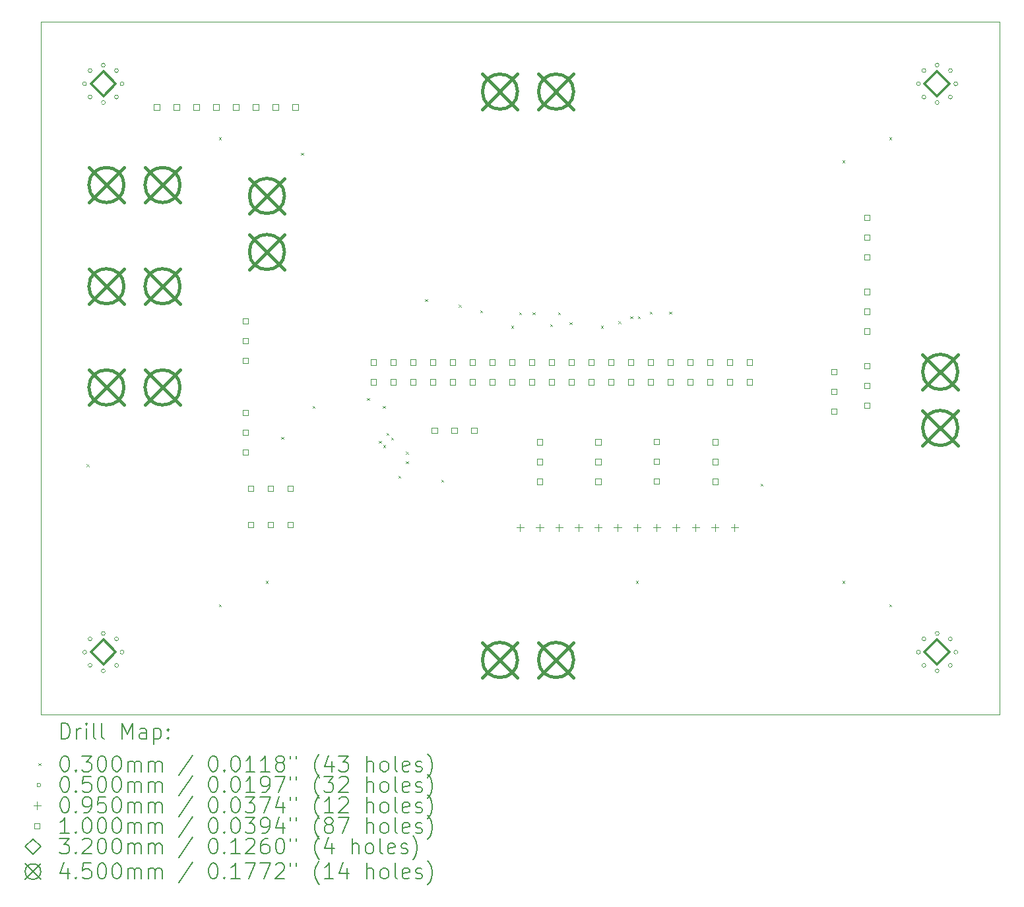
<source format=gbr>
%TF.GenerationSoftware,KiCad,Pcbnew,8.0.6-8.0.6-0~ubuntu24.04.1*%
%TF.CreationDate,2024-11-13T13:17:23+01:00*%
%TF.ProjectId,drn2,64726e32-2e6b-4696-9361-645f70636258,rev?*%
%TF.SameCoordinates,Original*%
%TF.FileFunction,Drillmap*%
%TF.FilePolarity,Positive*%
%FSLAX45Y45*%
G04 Gerber Fmt 4.5, Leading zero omitted, Abs format (unit mm)*
G04 Created by KiCad (PCBNEW 8.0.6-8.0.6-0~ubuntu24.04.1) date 2024-11-13 13:17:23*
%MOMM*%
%LPD*%
G01*
G04 APERTURE LIST*
%ADD10C,0.050000*%
%ADD11C,0.200000*%
%ADD12C,0.100000*%
%ADD13C,0.320000*%
%ADD14C,0.450000*%
G04 APERTURE END LIST*
D10*
X5900000Y-2600000D02*
X18200000Y-2600000D01*
X18200000Y-11500000D01*
X5900000Y-11500000D01*
X5900000Y-2600000D01*
D11*
D12*
X6485000Y-8285000D02*
X6515000Y-8315000D01*
X6515000Y-8285000D02*
X6485000Y-8315000D01*
X8185000Y-4085000D02*
X8215000Y-4115000D01*
X8215000Y-4085000D02*
X8185000Y-4115000D01*
X8185000Y-4085000D02*
X8215000Y-4115000D01*
X8215000Y-4085000D02*
X8185000Y-4115000D01*
X8185000Y-4085000D02*
X8215000Y-4115000D01*
X8215000Y-4085000D02*
X8185000Y-4115000D01*
X8185000Y-4085000D02*
X8215000Y-4115000D01*
X8215000Y-4085000D02*
X8185000Y-4115000D01*
X8185000Y-4085000D02*
X8215000Y-4115000D01*
X8215000Y-4085000D02*
X8185000Y-4115000D01*
X8185000Y-4085000D02*
X8215000Y-4115000D01*
X8215000Y-4085000D02*
X8185000Y-4115000D01*
X8185000Y-10085000D02*
X8215000Y-10115000D01*
X8215000Y-10085000D02*
X8185000Y-10115000D01*
X8785000Y-9785000D02*
X8815000Y-9815000D01*
X8815000Y-9785000D02*
X8785000Y-9815000D01*
X8985000Y-7935000D02*
X9015000Y-7965000D01*
X9015000Y-7935000D02*
X8985000Y-7965000D01*
X9235000Y-4285000D02*
X9265000Y-4315000D01*
X9265000Y-4285000D02*
X9235000Y-4315000D01*
X9385000Y-7535000D02*
X9415000Y-7565000D01*
X9415000Y-7535000D02*
X9385000Y-7565000D01*
X10085000Y-7435000D02*
X10115000Y-7465000D01*
X10115000Y-7435000D02*
X10085000Y-7465000D01*
X10235000Y-7985000D02*
X10265000Y-8015000D01*
X10265000Y-7985000D02*
X10235000Y-8015000D01*
X10285000Y-7535000D02*
X10315000Y-7565000D01*
X10315000Y-7535000D02*
X10285000Y-7565000D01*
X10291569Y-8041569D02*
X10321569Y-8071569D01*
X10321569Y-8041569D02*
X10291569Y-8071569D01*
X10335000Y-7885000D02*
X10365000Y-7915000D01*
X10365000Y-7885000D02*
X10335000Y-7915000D01*
X10391569Y-7941569D02*
X10421569Y-7971569D01*
X10421569Y-7941569D02*
X10391569Y-7971569D01*
X10485000Y-8435000D02*
X10515000Y-8465000D01*
X10515000Y-8435000D02*
X10485000Y-8465000D01*
X10585000Y-8126250D02*
X10615000Y-8156250D01*
X10615000Y-8126250D02*
X10585000Y-8156250D01*
X10585000Y-8246250D02*
X10615000Y-8276250D01*
X10615000Y-8246250D02*
X10585000Y-8276250D01*
X10830000Y-6165000D02*
X10860000Y-6195000D01*
X10860000Y-6165000D02*
X10830000Y-6195000D01*
X11035000Y-8485000D02*
X11065000Y-8515000D01*
X11065000Y-8485000D02*
X11035000Y-8515000D01*
X11260000Y-6235000D02*
X11290000Y-6265000D01*
X11290000Y-6235000D02*
X11260000Y-6265000D01*
X11535000Y-6310000D02*
X11565000Y-6340000D01*
X11565000Y-6310000D02*
X11535000Y-6340000D01*
X11935000Y-6510000D02*
X11965000Y-6540000D01*
X11965000Y-6510000D02*
X11935000Y-6540000D01*
X12035000Y-6335000D02*
X12065000Y-6365000D01*
X12065000Y-6335000D02*
X12035000Y-6365000D01*
X12210000Y-6335000D02*
X12240000Y-6365000D01*
X12240000Y-6335000D02*
X12210000Y-6365000D01*
X12435000Y-6485000D02*
X12465000Y-6515000D01*
X12465000Y-6485000D02*
X12435000Y-6515000D01*
X12535000Y-6335000D02*
X12565000Y-6365000D01*
X12565000Y-6335000D02*
X12535000Y-6365000D01*
X12685000Y-6460000D02*
X12715000Y-6490000D01*
X12715000Y-6460000D02*
X12685000Y-6490000D01*
X13085000Y-6510000D02*
X13115000Y-6540000D01*
X13115000Y-6510000D02*
X13085000Y-6540000D01*
X13310000Y-6450000D02*
X13340000Y-6480000D01*
X13340000Y-6450000D02*
X13310000Y-6480000D01*
X13460000Y-6385000D02*
X13490000Y-6415000D01*
X13490000Y-6385000D02*
X13460000Y-6415000D01*
X13535000Y-9785000D02*
X13565000Y-9815000D01*
X13565000Y-9785000D02*
X13535000Y-9815000D01*
X13560000Y-6385000D02*
X13590000Y-6415000D01*
X13590000Y-6385000D02*
X13560000Y-6415000D01*
X13710000Y-6325000D02*
X13740000Y-6355000D01*
X13740000Y-6325000D02*
X13710000Y-6355000D01*
X13960000Y-6325000D02*
X13990000Y-6355000D01*
X13990000Y-6325000D02*
X13960000Y-6355000D01*
X15135000Y-8535000D02*
X15165000Y-8565000D01*
X15165000Y-8535000D02*
X15135000Y-8565000D01*
X16185000Y-4385000D02*
X16215000Y-4415000D01*
X16215000Y-4385000D02*
X16185000Y-4415000D01*
X16185000Y-9785000D02*
X16215000Y-9815000D01*
X16215000Y-9785000D02*
X16185000Y-9815000D01*
X16785000Y-4085000D02*
X16815000Y-4115000D01*
X16815000Y-4085000D02*
X16785000Y-4115000D01*
X16785000Y-10085000D02*
X16815000Y-10115000D01*
X16815000Y-10085000D02*
X16785000Y-10115000D01*
X6485000Y-3400000D02*
G75*
G02*
X6435000Y-3400000I-25000J0D01*
G01*
X6435000Y-3400000D02*
G75*
G02*
X6485000Y-3400000I25000J0D01*
G01*
X6485000Y-10700000D02*
G75*
G02*
X6435000Y-10700000I-25000J0D01*
G01*
X6435000Y-10700000D02*
G75*
G02*
X6485000Y-10700000I25000J0D01*
G01*
X6555294Y-3230294D02*
G75*
G02*
X6505294Y-3230294I-25000J0D01*
G01*
X6505294Y-3230294D02*
G75*
G02*
X6555294Y-3230294I25000J0D01*
G01*
X6555294Y-3569706D02*
G75*
G02*
X6505294Y-3569706I-25000J0D01*
G01*
X6505294Y-3569706D02*
G75*
G02*
X6555294Y-3569706I25000J0D01*
G01*
X6555294Y-10530294D02*
G75*
G02*
X6505294Y-10530294I-25000J0D01*
G01*
X6505294Y-10530294D02*
G75*
G02*
X6555294Y-10530294I25000J0D01*
G01*
X6555294Y-10869706D02*
G75*
G02*
X6505294Y-10869706I-25000J0D01*
G01*
X6505294Y-10869706D02*
G75*
G02*
X6555294Y-10869706I25000J0D01*
G01*
X6725000Y-3160000D02*
G75*
G02*
X6675000Y-3160000I-25000J0D01*
G01*
X6675000Y-3160000D02*
G75*
G02*
X6725000Y-3160000I25000J0D01*
G01*
X6725000Y-3640000D02*
G75*
G02*
X6675000Y-3640000I-25000J0D01*
G01*
X6675000Y-3640000D02*
G75*
G02*
X6725000Y-3640000I25000J0D01*
G01*
X6725000Y-10460000D02*
G75*
G02*
X6675000Y-10460000I-25000J0D01*
G01*
X6675000Y-10460000D02*
G75*
G02*
X6725000Y-10460000I25000J0D01*
G01*
X6725000Y-10940000D02*
G75*
G02*
X6675000Y-10940000I-25000J0D01*
G01*
X6675000Y-10940000D02*
G75*
G02*
X6725000Y-10940000I25000J0D01*
G01*
X6894706Y-3230294D02*
G75*
G02*
X6844706Y-3230294I-25000J0D01*
G01*
X6844706Y-3230294D02*
G75*
G02*
X6894706Y-3230294I25000J0D01*
G01*
X6894706Y-3569706D02*
G75*
G02*
X6844706Y-3569706I-25000J0D01*
G01*
X6844706Y-3569706D02*
G75*
G02*
X6894706Y-3569706I25000J0D01*
G01*
X6894706Y-10530294D02*
G75*
G02*
X6844706Y-10530294I-25000J0D01*
G01*
X6844706Y-10530294D02*
G75*
G02*
X6894706Y-10530294I25000J0D01*
G01*
X6894706Y-10869706D02*
G75*
G02*
X6844706Y-10869706I-25000J0D01*
G01*
X6844706Y-10869706D02*
G75*
G02*
X6894706Y-10869706I25000J0D01*
G01*
X6965000Y-3400000D02*
G75*
G02*
X6915000Y-3400000I-25000J0D01*
G01*
X6915000Y-3400000D02*
G75*
G02*
X6965000Y-3400000I25000J0D01*
G01*
X6965000Y-10700000D02*
G75*
G02*
X6915000Y-10700000I-25000J0D01*
G01*
X6915000Y-10700000D02*
G75*
G02*
X6965000Y-10700000I25000J0D01*
G01*
X17185000Y-3400000D02*
G75*
G02*
X17135000Y-3400000I-25000J0D01*
G01*
X17135000Y-3400000D02*
G75*
G02*
X17185000Y-3400000I25000J0D01*
G01*
X17185000Y-10700000D02*
G75*
G02*
X17135000Y-10700000I-25000J0D01*
G01*
X17135000Y-10700000D02*
G75*
G02*
X17185000Y-10700000I25000J0D01*
G01*
X17255294Y-3230294D02*
G75*
G02*
X17205294Y-3230294I-25000J0D01*
G01*
X17205294Y-3230294D02*
G75*
G02*
X17255294Y-3230294I25000J0D01*
G01*
X17255294Y-3569706D02*
G75*
G02*
X17205294Y-3569706I-25000J0D01*
G01*
X17205294Y-3569706D02*
G75*
G02*
X17255294Y-3569706I25000J0D01*
G01*
X17255294Y-10530294D02*
G75*
G02*
X17205294Y-10530294I-25000J0D01*
G01*
X17205294Y-10530294D02*
G75*
G02*
X17255294Y-10530294I25000J0D01*
G01*
X17255294Y-10869706D02*
G75*
G02*
X17205294Y-10869706I-25000J0D01*
G01*
X17205294Y-10869706D02*
G75*
G02*
X17255294Y-10869706I25000J0D01*
G01*
X17425000Y-3160000D02*
G75*
G02*
X17375000Y-3160000I-25000J0D01*
G01*
X17375000Y-3160000D02*
G75*
G02*
X17425000Y-3160000I25000J0D01*
G01*
X17425000Y-3640000D02*
G75*
G02*
X17375000Y-3640000I-25000J0D01*
G01*
X17375000Y-3640000D02*
G75*
G02*
X17425000Y-3640000I25000J0D01*
G01*
X17425000Y-10460000D02*
G75*
G02*
X17375000Y-10460000I-25000J0D01*
G01*
X17375000Y-10460000D02*
G75*
G02*
X17425000Y-10460000I25000J0D01*
G01*
X17425000Y-10940000D02*
G75*
G02*
X17375000Y-10940000I-25000J0D01*
G01*
X17375000Y-10940000D02*
G75*
G02*
X17425000Y-10940000I25000J0D01*
G01*
X17594706Y-3230294D02*
G75*
G02*
X17544706Y-3230294I-25000J0D01*
G01*
X17544706Y-3230294D02*
G75*
G02*
X17594706Y-3230294I25000J0D01*
G01*
X17594706Y-3569706D02*
G75*
G02*
X17544706Y-3569706I-25000J0D01*
G01*
X17544706Y-3569706D02*
G75*
G02*
X17594706Y-3569706I25000J0D01*
G01*
X17594706Y-10530294D02*
G75*
G02*
X17544706Y-10530294I-25000J0D01*
G01*
X17544706Y-10530294D02*
G75*
G02*
X17594706Y-10530294I25000J0D01*
G01*
X17594706Y-10869706D02*
G75*
G02*
X17544706Y-10869706I-25000J0D01*
G01*
X17544706Y-10869706D02*
G75*
G02*
X17594706Y-10869706I25000J0D01*
G01*
X17665000Y-3400000D02*
G75*
G02*
X17615000Y-3400000I-25000J0D01*
G01*
X17615000Y-3400000D02*
G75*
G02*
X17665000Y-3400000I25000J0D01*
G01*
X17665000Y-10700000D02*
G75*
G02*
X17615000Y-10700000I-25000J0D01*
G01*
X17615000Y-10700000D02*
G75*
G02*
X17665000Y-10700000I25000J0D01*
G01*
X12050000Y-9052500D02*
X12050000Y-9147500D01*
X12002500Y-9100000D02*
X12097500Y-9100000D01*
X12300000Y-9052500D02*
X12300000Y-9147500D01*
X12252500Y-9100000D02*
X12347500Y-9100000D01*
X12550000Y-9052500D02*
X12550000Y-9147500D01*
X12502500Y-9100000D02*
X12597500Y-9100000D01*
X12800000Y-9052500D02*
X12800000Y-9147500D01*
X12752500Y-9100000D02*
X12847500Y-9100000D01*
X13050000Y-9052500D02*
X13050000Y-9147500D01*
X13002500Y-9100000D02*
X13097500Y-9100000D01*
X13300000Y-9052500D02*
X13300000Y-9147500D01*
X13252500Y-9100000D02*
X13347500Y-9100000D01*
X13550000Y-9052500D02*
X13550000Y-9147500D01*
X13502500Y-9100000D02*
X13597500Y-9100000D01*
X13800000Y-9052500D02*
X13800000Y-9147500D01*
X13752500Y-9100000D02*
X13847500Y-9100000D01*
X14050000Y-9052500D02*
X14050000Y-9147500D01*
X14002500Y-9100000D02*
X14097500Y-9100000D01*
X14300000Y-9052500D02*
X14300000Y-9147500D01*
X14252500Y-9100000D02*
X14347500Y-9100000D01*
X14550000Y-9052500D02*
X14550000Y-9147500D01*
X14502500Y-9100000D02*
X14597500Y-9100000D01*
X14800000Y-9052500D02*
X14800000Y-9147500D01*
X14752500Y-9100000D02*
X14847500Y-9100000D01*
X7419356Y-3735356D02*
X7419356Y-3664644D01*
X7348644Y-3664644D01*
X7348644Y-3735356D01*
X7419356Y-3735356D01*
X7673356Y-3735356D02*
X7673356Y-3664644D01*
X7602644Y-3664644D01*
X7602644Y-3735356D01*
X7673356Y-3735356D01*
X7927356Y-3735356D02*
X7927356Y-3664644D01*
X7856644Y-3664644D01*
X7856644Y-3735356D01*
X7927356Y-3735356D01*
X8181356Y-3735356D02*
X8181356Y-3664644D01*
X8110644Y-3664644D01*
X8110644Y-3735356D01*
X8181356Y-3735356D01*
X8435356Y-3735356D02*
X8435356Y-3664644D01*
X8364644Y-3664644D01*
X8364644Y-3735356D01*
X8435356Y-3735356D01*
X8560356Y-6481356D02*
X8560356Y-6410644D01*
X8489644Y-6410644D01*
X8489644Y-6481356D01*
X8560356Y-6481356D01*
X8560356Y-6735356D02*
X8560356Y-6664644D01*
X8489644Y-6664644D01*
X8489644Y-6735356D01*
X8560356Y-6735356D01*
X8560356Y-6989356D02*
X8560356Y-6918644D01*
X8489644Y-6918644D01*
X8489644Y-6989356D01*
X8560356Y-6989356D01*
X8560356Y-7656356D02*
X8560356Y-7585644D01*
X8489644Y-7585644D01*
X8489644Y-7656356D01*
X8560356Y-7656356D01*
X8560356Y-7910356D02*
X8560356Y-7839644D01*
X8489644Y-7839644D01*
X8489644Y-7910356D01*
X8560356Y-7910356D01*
X8560356Y-8164356D02*
X8560356Y-8093644D01*
X8489644Y-8093644D01*
X8489644Y-8164356D01*
X8560356Y-8164356D01*
X8627356Y-8635356D02*
X8627356Y-8564644D01*
X8556644Y-8564644D01*
X8556644Y-8635356D01*
X8627356Y-8635356D01*
X8627356Y-9100356D02*
X8627356Y-9029644D01*
X8556644Y-9029644D01*
X8556644Y-9100356D01*
X8627356Y-9100356D01*
X8689356Y-3735356D02*
X8689356Y-3664644D01*
X8618644Y-3664644D01*
X8618644Y-3735356D01*
X8689356Y-3735356D01*
X8881356Y-8635356D02*
X8881356Y-8564644D01*
X8810644Y-8564644D01*
X8810644Y-8635356D01*
X8881356Y-8635356D01*
X8881356Y-9100356D02*
X8881356Y-9029644D01*
X8810644Y-9029644D01*
X8810644Y-9100356D01*
X8881356Y-9100356D01*
X8943356Y-3735356D02*
X8943356Y-3664644D01*
X8872644Y-3664644D01*
X8872644Y-3735356D01*
X8943356Y-3735356D01*
X9135356Y-8635356D02*
X9135356Y-8564644D01*
X9064644Y-8564644D01*
X9064644Y-8635356D01*
X9135356Y-8635356D01*
X9135356Y-9100356D02*
X9135356Y-9029644D01*
X9064644Y-9029644D01*
X9064644Y-9100356D01*
X9135356Y-9100356D01*
X9197356Y-3735356D02*
X9197356Y-3664644D01*
X9126644Y-3664644D01*
X9126644Y-3735356D01*
X9197356Y-3735356D01*
X10199856Y-7010856D02*
X10199856Y-6940144D01*
X10129144Y-6940144D01*
X10129144Y-7010856D01*
X10199856Y-7010856D01*
X10199856Y-7264856D02*
X10199856Y-7194144D01*
X10129144Y-7194144D01*
X10129144Y-7264856D01*
X10199856Y-7264856D01*
X10453856Y-7010856D02*
X10453856Y-6940144D01*
X10383144Y-6940144D01*
X10383144Y-7010856D01*
X10453856Y-7010856D01*
X10453856Y-7264856D02*
X10453856Y-7194144D01*
X10383144Y-7194144D01*
X10383144Y-7264856D01*
X10453856Y-7264856D01*
X10707856Y-7010856D02*
X10707856Y-6940144D01*
X10637144Y-6940144D01*
X10637144Y-7010856D01*
X10707856Y-7010856D01*
X10707856Y-7264856D02*
X10707856Y-7194144D01*
X10637144Y-7194144D01*
X10637144Y-7264856D01*
X10707856Y-7264856D01*
X10961856Y-7010856D02*
X10961856Y-6940144D01*
X10891144Y-6940144D01*
X10891144Y-7010856D01*
X10961856Y-7010856D01*
X10961856Y-7264856D02*
X10961856Y-7194144D01*
X10891144Y-7194144D01*
X10891144Y-7264856D01*
X10961856Y-7264856D01*
X10985356Y-7885356D02*
X10985356Y-7814644D01*
X10914644Y-7814644D01*
X10914644Y-7885356D01*
X10985356Y-7885356D01*
X11215856Y-7010856D02*
X11215856Y-6940144D01*
X11145144Y-6940144D01*
X11145144Y-7010856D01*
X11215856Y-7010856D01*
X11215856Y-7264856D02*
X11215856Y-7194144D01*
X11145144Y-7194144D01*
X11145144Y-7264856D01*
X11215856Y-7264856D01*
X11239356Y-7885356D02*
X11239356Y-7814644D01*
X11168644Y-7814644D01*
X11168644Y-7885356D01*
X11239356Y-7885356D01*
X11469856Y-7010856D02*
X11469856Y-6940144D01*
X11399144Y-6940144D01*
X11399144Y-7010856D01*
X11469856Y-7010856D01*
X11469856Y-7264856D02*
X11469856Y-7194144D01*
X11399144Y-7194144D01*
X11399144Y-7264856D01*
X11469856Y-7264856D01*
X11493356Y-7885356D02*
X11493356Y-7814644D01*
X11422644Y-7814644D01*
X11422644Y-7885356D01*
X11493356Y-7885356D01*
X11723856Y-7010856D02*
X11723856Y-6940144D01*
X11653144Y-6940144D01*
X11653144Y-7010856D01*
X11723856Y-7010856D01*
X11723856Y-7264856D02*
X11723856Y-7194144D01*
X11653144Y-7194144D01*
X11653144Y-7264856D01*
X11723856Y-7264856D01*
X11977856Y-7010856D02*
X11977856Y-6940144D01*
X11907144Y-6940144D01*
X11907144Y-7010856D01*
X11977856Y-7010856D01*
X11977856Y-7264856D02*
X11977856Y-7194144D01*
X11907144Y-7194144D01*
X11907144Y-7264856D01*
X11977856Y-7264856D01*
X12231856Y-7010856D02*
X12231856Y-6940144D01*
X12161144Y-6940144D01*
X12161144Y-7010856D01*
X12231856Y-7010856D01*
X12231856Y-7264856D02*
X12231856Y-7194144D01*
X12161144Y-7194144D01*
X12161144Y-7264856D01*
X12231856Y-7264856D01*
X12335356Y-8035356D02*
X12335356Y-7964644D01*
X12264644Y-7964644D01*
X12264644Y-8035356D01*
X12335356Y-8035356D01*
X12335356Y-8289356D02*
X12335356Y-8218644D01*
X12264644Y-8218644D01*
X12264644Y-8289356D01*
X12335356Y-8289356D01*
X12335356Y-8543356D02*
X12335356Y-8472644D01*
X12264644Y-8472644D01*
X12264644Y-8543356D01*
X12335356Y-8543356D01*
X12485856Y-7010856D02*
X12485856Y-6940144D01*
X12415144Y-6940144D01*
X12415144Y-7010856D01*
X12485856Y-7010856D01*
X12485856Y-7264856D02*
X12485856Y-7194144D01*
X12415144Y-7194144D01*
X12415144Y-7264856D01*
X12485856Y-7264856D01*
X12739856Y-7010856D02*
X12739856Y-6940144D01*
X12669144Y-6940144D01*
X12669144Y-7010856D01*
X12739856Y-7010856D01*
X12739856Y-7264856D02*
X12739856Y-7194144D01*
X12669144Y-7194144D01*
X12669144Y-7264856D01*
X12739856Y-7264856D01*
X12993856Y-7010856D02*
X12993856Y-6940144D01*
X12923144Y-6940144D01*
X12923144Y-7010856D01*
X12993856Y-7010856D01*
X12993856Y-7264856D02*
X12993856Y-7194144D01*
X12923144Y-7194144D01*
X12923144Y-7264856D01*
X12993856Y-7264856D01*
X13085356Y-8035356D02*
X13085356Y-7964644D01*
X13014644Y-7964644D01*
X13014644Y-8035356D01*
X13085356Y-8035356D01*
X13085356Y-8289356D02*
X13085356Y-8218644D01*
X13014644Y-8218644D01*
X13014644Y-8289356D01*
X13085356Y-8289356D01*
X13085356Y-8543356D02*
X13085356Y-8472644D01*
X13014644Y-8472644D01*
X13014644Y-8543356D01*
X13085356Y-8543356D01*
X13247856Y-7010856D02*
X13247856Y-6940144D01*
X13177144Y-6940144D01*
X13177144Y-7010856D01*
X13247856Y-7010856D01*
X13247856Y-7264856D02*
X13247856Y-7194144D01*
X13177144Y-7194144D01*
X13177144Y-7264856D01*
X13247856Y-7264856D01*
X13501856Y-7010856D02*
X13501856Y-6940144D01*
X13431144Y-6940144D01*
X13431144Y-7010856D01*
X13501856Y-7010856D01*
X13501856Y-7264856D02*
X13501856Y-7194144D01*
X13431144Y-7194144D01*
X13431144Y-7264856D01*
X13501856Y-7264856D01*
X13755856Y-7010856D02*
X13755856Y-6940144D01*
X13685144Y-6940144D01*
X13685144Y-7010856D01*
X13755856Y-7010856D01*
X13755856Y-7264856D02*
X13755856Y-7194144D01*
X13685144Y-7194144D01*
X13685144Y-7264856D01*
X13755856Y-7264856D01*
X13835356Y-8032856D02*
X13835356Y-7962144D01*
X13764644Y-7962144D01*
X13764644Y-8032856D01*
X13835356Y-8032856D01*
X13835356Y-8286856D02*
X13835356Y-8216144D01*
X13764644Y-8216144D01*
X13764644Y-8286856D01*
X13835356Y-8286856D01*
X13835356Y-8540856D02*
X13835356Y-8470144D01*
X13764644Y-8470144D01*
X13764644Y-8540856D01*
X13835356Y-8540856D01*
X14009856Y-7010856D02*
X14009856Y-6940144D01*
X13939144Y-6940144D01*
X13939144Y-7010856D01*
X14009856Y-7010856D01*
X14009856Y-7264856D02*
X14009856Y-7194144D01*
X13939144Y-7194144D01*
X13939144Y-7264856D01*
X14009856Y-7264856D01*
X14263856Y-7010856D02*
X14263856Y-6940144D01*
X14193144Y-6940144D01*
X14193144Y-7010856D01*
X14263856Y-7010856D01*
X14263856Y-7264856D02*
X14263856Y-7194144D01*
X14193144Y-7194144D01*
X14193144Y-7264856D01*
X14263856Y-7264856D01*
X14517856Y-7010856D02*
X14517856Y-6940144D01*
X14447144Y-6940144D01*
X14447144Y-7010856D01*
X14517856Y-7010856D01*
X14517856Y-7264856D02*
X14517856Y-7194144D01*
X14447144Y-7194144D01*
X14447144Y-7264856D01*
X14517856Y-7264856D01*
X14585356Y-8035356D02*
X14585356Y-7964644D01*
X14514644Y-7964644D01*
X14514644Y-8035356D01*
X14585356Y-8035356D01*
X14585356Y-8289356D02*
X14585356Y-8218644D01*
X14514644Y-8218644D01*
X14514644Y-8289356D01*
X14585356Y-8289356D01*
X14585356Y-8543356D02*
X14585356Y-8472644D01*
X14514644Y-8472644D01*
X14514644Y-8543356D01*
X14585356Y-8543356D01*
X14771856Y-7010856D02*
X14771856Y-6940144D01*
X14701144Y-6940144D01*
X14701144Y-7010856D01*
X14771856Y-7010856D01*
X14771856Y-7264856D02*
X14771856Y-7194144D01*
X14701144Y-7194144D01*
X14701144Y-7264856D01*
X14771856Y-7264856D01*
X15025856Y-7010856D02*
X15025856Y-6940144D01*
X14955144Y-6940144D01*
X14955144Y-7010856D01*
X15025856Y-7010856D01*
X15025856Y-7264856D02*
X15025856Y-7194144D01*
X14955144Y-7194144D01*
X14955144Y-7264856D01*
X15025856Y-7264856D01*
X16110356Y-7132856D02*
X16110356Y-7062144D01*
X16039644Y-7062144D01*
X16039644Y-7132856D01*
X16110356Y-7132856D01*
X16110356Y-7386856D02*
X16110356Y-7316144D01*
X16039644Y-7316144D01*
X16039644Y-7386856D01*
X16110356Y-7386856D01*
X16110356Y-7640856D02*
X16110356Y-7570144D01*
X16039644Y-7570144D01*
X16039644Y-7640856D01*
X16110356Y-7640856D01*
X16535356Y-5154856D02*
X16535356Y-5084144D01*
X16464644Y-5084144D01*
X16464644Y-5154856D01*
X16535356Y-5154856D01*
X16535356Y-5408856D02*
X16535356Y-5338144D01*
X16464644Y-5338144D01*
X16464644Y-5408856D01*
X16535356Y-5408856D01*
X16535356Y-5662856D02*
X16535356Y-5592144D01*
X16464644Y-5592144D01*
X16464644Y-5662856D01*
X16535356Y-5662856D01*
X16535356Y-6106356D02*
X16535356Y-6035644D01*
X16464644Y-6035644D01*
X16464644Y-6106356D01*
X16535356Y-6106356D01*
X16535356Y-6360356D02*
X16535356Y-6289644D01*
X16464644Y-6289644D01*
X16464644Y-6360356D01*
X16535356Y-6360356D01*
X16535356Y-6614356D02*
X16535356Y-6543644D01*
X16464644Y-6543644D01*
X16464644Y-6614356D01*
X16535356Y-6614356D01*
X16535356Y-7056356D02*
X16535356Y-6985644D01*
X16464644Y-6985644D01*
X16464644Y-7056356D01*
X16535356Y-7056356D01*
X16535356Y-7310356D02*
X16535356Y-7239644D01*
X16464644Y-7239644D01*
X16464644Y-7310356D01*
X16535356Y-7310356D01*
X16535356Y-7564356D02*
X16535356Y-7493644D01*
X16464644Y-7493644D01*
X16464644Y-7564356D01*
X16535356Y-7564356D01*
D13*
X6700000Y-3560000D02*
X6860000Y-3400000D01*
X6700000Y-3240000D01*
X6540000Y-3400000D01*
X6700000Y-3560000D01*
X6700000Y-10860000D02*
X6860000Y-10700000D01*
X6700000Y-10540000D01*
X6540000Y-10700000D01*
X6700000Y-10860000D01*
X17400000Y-3560000D02*
X17560000Y-3400000D01*
X17400000Y-3240000D01*
X17240000Y-3400000D01*
X17400000Y-3560000D01*
X17400000Y-10860000D02*
X17560000Y-10700000D01*
X17400000Y-10540000D01*
X17240000Y-10700000D01*
X17400000Y-10860000D01*
D14*
X6515000Y-4475000D02*
X6965000Y-4925000D01*
X6965000Y-4475000D02*
X6515000Y-4925000D01*
X6965000Y-4700000D02*
G75*
G02*
X6515000Y-4700000I-225000J0D01*
G01*
X6515000Y-4700000D02*
G75*
G02*
X6965000Y-4700000I225000J0D01*
G01*
X6515000Y-5775000D02*
X6965000Y-6225000D01*
X6965000Y-5775000D02*
X6515000Y-6225000D01*
X6965000Y-6000000D02*
G75*
G02*
X6515000Y-6000000I-225000J0D01*
G01*
X6515000Y-6000000D02*
G75*
G02*
X6965000Y-6000000I225000J0D01*
G01*
X6515000Y-7075000D02*
X6965000Y-7525000D01*
X6965000Y-7075000D02*
X6515000Y-7525000D01*
X6965000Y-7300000D02*
G75*
G02*
X6515000Y-7300000I-225000J0D01*
G01*
X6515000Y-7300000D02*
G75*
G02*
X6965000Y-7300000I225000J0D01*
G01*
X7235000Y-4475000D02*
X7685000Y-4925000D01*
X7685000Y-4475000D02*
X7235000Y-4925000D01*
X7685000Y-4700000D02*
G75*
G02*
X7235000Y-4700000I-225000J0D01*
G01*
X7235000Y-4700000D02*
G75*
G02*
X7685000Y-4700000I225000J0D01*
G01*
X7235000Y-5775000D02*
X7685000Y-6225000D01*
X7685000Y-5775000D02*
X7235000Y-6225000D01*
X7685000Y-6000000D02*
G75*
G02*
X7235000Y-6000000I-225000J0D01*
G01*
X7235000Y-6000000D02*
G75*
G02*
X7685000Y-6000000I225000J0D01*
G01*
X7235000Y-7075000D02*
X7685000Y-7525000D01*
X7685000Y-7075000D02*
X7235000Y-7525000D01*
X7685000Y-7300000D02*
G75*
G02*
X7235000Y-7300000I-225000J0D01*
G01*
X7235000Y-7300000D02*
G75*
G02*
X7685000Y-7300000I225000J0D01*
G01*
X8575000Y-4615000D02*
X9025000Y-5065000D01*
X9025000Y-4615000D02*
X8575000Y-5065000D01*
X9025000Y-4840000D02*
G75*
G02*
X8575000Y-4840000I-225000J0D01*
G01*
X8575000Y-4840000D02*
G75*
G02*
X9025000Y-4840000I225000J0D01*
G01*
X8575000Y-5335000D02*
X9025000Y-5785000D01*
X9025000Y-5335000D02*
X8575000Y-5785000D01*
X9025000Y-5560000D02*
G75*
G02*
X8575000Y-5560000I-225000J0D01*
G01*
X8575000Y-5560000D02*
G75*
G02*
X9025000Y-5560000I225000J0D01*
G01*
X11565000Y-3275000D02*
X12015000Y-3725000D01*
X12015000Y-3275000D02*
X11565000Y-3725000D01*
X12015000Y-3500000D02*
G75*
G02*
X11565000Y-3500000I-225000J0D01*
G01*
X11565000Y-3500000D02*
G75*
G02*
X12015000Y-3500000I225000J0D01*
G01*
X11565000Y-10575000D02*
X12015000Y-11025000D01*
X12015000Y-10575000D02*
X11565000Y-11025000D01*
X12015000Y-10800000D02*
G75*
G02*
X11565000Y-10800000I-225000J0D01*
G01*
X11565000Y-10800000D02*
G75*
G02*
X12015000Y-10800000I225000J0D01*
G01*
X12285000Y-3275000D02*
X12735000Y-3725000D01*
X12735000Y-3275000D02*
X12285000Y-3725000D01*
X12735000Y-3500000D02*
G75*
G02*
X12285000Y-3500000I-225000J0D01*
G01*
X12285000Y-3500000D02*
G75*
G02*
X12735000Y-3500000I225000J0D01*
G01*
X12285000Y-10575000D02*
X12735000Y-11025000D01*
X12735000Y-10575000D02*
X12285000Y-11025000D01*
X12735000Y-10800000D02*
G75*
G02*
X12285000Y-10800000I-225000J0D01*
G01*
X12285000Y-10800000D02*
G75*
G02*
X12735000Y-10800000I225000J0D01*
G01*
X17215000Y-6875000D02*
X17665000Y-7325000D01*
X17665000Y-6875000D02*
X17215000Y-7325000D01*
X17665000Y-7100000D02*
G75*
G02*
X17215000Y-7100000I-225000J0D01*
G01*
X17215000Y-7100000D02*
G75*
G02*
X17665000Y-7100000I225000J0D01*
G01*
X17215000Y-7595000D02*
X17665000Y-8045000D01*
X17665000Y-7595000D02*
X17215000Y-8045000D01*
X17665000Y-7820000D02*
G75*
G02*
X17215000Y-7820000I-225000J0D01*
G01*
X17215000Y-7820000D02*
G75*
G02*
X17665000Y-7820000I225000J0D01*
G01*
D11*
X6158277Y-11813984D02*
X6158277Y-11613984D01*
X6158277Y-11613984D02*
X6205896Y-11613984D01*
X6205896Y-11613984D02*
X6234467Y-11623508D01*
X6234467Y-11623508D02*
X6253515Y-11642555D01*
X6253515Y-11642555D02*
X6263039Y-11661603D01*
X6263039Y-11661603D02*
X6272562Y-11699698D01*
X6272562Y-11699698D02*
X6272562Y-11728269D01*
X6272562Y-11728269D02*
X6263039Y-11766365D01*
X6263039Y-11766365D02*
X6253515Y-11785412D01*
X6253515Y-11785412D02*
X6234467Y-11804460D01*
X6234467Y-11804460D02*
X6205896Y-11813984D01*
X6205896Y-11813984D02*
X6158277Y-11813984D01*
X6358277Y-11813984D02*
X6358277Y-11680650D01*
X6358277Y-11718746D02*
X6367801Y-11699698D01*
X6367801Y-11699698D02*
X6377324Y-11690174D01*
X6377324Y-11690174D02*
X6396372Y-11680650D01*
X6396372Y-11680650D02*
X6415420Y-11680650D01*
X6482086Y-11813984D02*
X6482086Y-11680650D01*
X6482086Y-11613984D02*
X6472562Y-11623508D01*
X6472562Y-11623508D02*
X6482086Y-11633031D01*
X6482086Y-11633031D02*
X6491610Y-11623508D01*
X6491610Y-11623508D02*
X6482086Y-11613984D01*
X6482086Y-11613984D02*
X6482086Y-11633031D01*
X6605896Y-11813984D02*
X6586848Y-11804460D01*
X6586848Y-11804460D02*
X6577324Y-11785412D01*
X6577324Y-11785412D02*
X6577324Y-11613984D01*
X6710658Y-11813984D02*
X6691610Y-11804460D01*
X6691610Y-11804460D02*
X6682086Y-11785412D01*
X6682086Y-11785412D02*
X6682086Y-11613984D01*
X6939229Y-11813984D02*
X6939229Y-11613984D01*
X6939229Y-11613984D02*
X7005896Y-11756841D01*
X7005896Y-11756841D02*
X7072562Y-11613984D01*
X7072562Y-11613984D02*
X7072562Y-11813984D01*
X7253515Y-11813984D02*
X7253515Y-11709222D01*
X7253515Y-11709222D02*
X7243991Y-11690174D01*
X7243991Y-11690174D02*
X7224943Y-11680650D01*
X7224943Y-11680650D02*
X7186848Y-11680650D01*
X7186848Y-11680650D02*
X7167801Y-11690174D01*
X7253515Y-11804460D02*
X7234467Y-11813984D01*
X7234467Y-11813984D02*
X7186848Y-11813984D01*
X7186848Y-11813984D02*
X7167801Y-11804460D01*
X7167801Y-11804460D02*
X7158277Y-11785412D01*
X7158277Y-11785412D02*
X7158277Y-11766365D01*
X7158277Y-11766365D02*
X7167801Y-11747317D01*
X7167801Y-11747317D02*
X7186848Y-11737793D01*
X7186848Y-11737793D02*
X7234467Y-11737793D01*
X7234467Y-11737793D02*
X7253515Y-11728269D01*
X7348753Y-11680650D02*
X7348753Y-11880650D01*
X7348753Y-11690174D02*
X7367801Y-11680650D01*
X7367801Y-11680650D02*
X7405896Y-11680650D01*
X7405896Y-11680650D02*
X7424943Y-11690174D01*
X7424943Y-11690174D02*
X7434467Y-11699698D01*
X7434467Y-11699698D02*
X7443991Y-11718746D01*
X7443991Y-11718746D02*
X7443991Y-11775888D01*
X7443991Y-11775888D02*
X7434467Y-11794936D01*
X7434467Y-11794936D02*
X7424943Y-11804460D01*
X7424943Y-11804460D02*
X7405896Y-11813984D01*
X7405896Y-11813984D02*
X7367801Y-11813984D01*
X7367801Y-11813984D02*
X7348753Y-11804460D01*
X7529705Y-11794936D02*
X7539229Y-11804460D01*
X7539229Y-11804460D02*
X7529705Y-11813984D01*
X7529705Y-11813984D02*
X7520182Y-11804460D01*
X7520182Y-11804460D02*
X7529705Y-11794936D01*
X7529705Y-11794936D02*
X7529705Y-11813984D01*
X7529705Y-11690174D02*
X7539229Y-11699698D01*
X7539229Y-11699698D02*
X7529705Y-11709222D01*
X7529705Y-11709222D02*
X7520182Y-11699698D01*
X7520182Y-11699698D02*
X7529705Y-11690174D01*
X7529705Y-11690174D02*
X7529705Y-11709222D01*
D12*
X5867500Y-12127500D02*
X5897500Y-12157500D01*
X5897500Y-12127500D02*
X5867500Y-12157500D01*
D11*
X6196372Y-12033984D02*
X6215420Y-12033984D01*
X6215420Y-12033984D02*
X6234467Y-12043508D01*
X6234467Y-12043508D02*
X6243991Y-12053031D01*
X6243991Y-12053031D02*
X6253515Y-12072079D01*
X6253515Y-12072079D02*
X6263039Y-12110174D01*
X6263039Y-12110174D02*
X6263039Y-12157793D01*
X6263039Y-12157793D02*
X6253515Y-12195888D01*
X6253515Y-12195888D02*
X6243991Y-12214936D01*
X6243991Y-12214936D02*
X6234467Y-12224460D01*
X6234467Y-12224460D02*
X6215420Y-12233984D01*
X6215420Y-12233984D02*
X6196372Y-12233984D01*
X6196372Y-12233984D02*
X6177324Y-12224460D01*
X6177324Y-12224460D02*
X6167801Y-12214936D01*
X6167801Y-12214936D02*
X6158277Y-12195888D01*
X6158277Y-12195888D02*
X6148753Y-12157793D01*
X6148753Y-12157793D02*
X6148753Y-12110174D01*
X6148753Y-12110174D02*
X6158277Y-12072079D01*
X6158277Y-12072079D02*
X6167801Y-12053031D01*
X6167801Y-12053031D02*
X6177324Y-12043508D01*
X6177324Y-12043508D02*
X6196372Y-12033984D01*
X6348753Y-12214936D02*
X6358277Y-12224460D01*
X6358277Y-12224460D02*
X6348753Y-12233984D01*
X6348753Y-12233984D02*
X6339229Y-12224460D01*
X6339229Y-12224460D02*
X6348753Y-12214936D01*
X6348753Y-12214936D02*
X6348753Y-12233984D01*
X6424943Y-12033984D02*
X6548753Y-12033984D01*
X6548753Y-12033984D02*
X6482086Y-12110174D01*
X6482086Y-12110174D02*
X6510658Y-12110174D01*
X6510658Y-12110174D02*
X6529705Y-12119698D01*
X6529705Y-12119698D02*
X6539229Y-12129222D01*
X6539229Y-12129222D02*
X6548753Y-12148269D01*
X6548753Y-12148269D02*
X6548753Y-12195888D01*
X6548753Y-12195888D02*
X6539229Y-12214936D01*
X6539229Y-12214936D02*
X6529705Y-12224460D01*
X6529705Y-12224460D02*
X6510658Y-12233984D01*
X6510658Y-12233984D02*
X6453515Y-12233984D01*
X6453515Y-12233984D02*
X6434467Y-12224460D01*
X6434467Y-12224460D02*
X6424943Y-12214936D01*
X6672562Y-12033984D02*
X6691610Y-12033984D01*
X6691610Y-12033984D02*
X6710658Y-12043508D01*
X6710658Y-12043508D02*
X6720182Y-12053031D01*
X6720182Y-12053031D02*
X6729705Y-12072079D01*
X6729705Y-12072079D02*
X6739229Y-12110174D01*
X6739229Y-12110174D02*
X6739229Y-12157793D01*
X6739229Y-12157793D02*
X6729705Y-12195888D01*
X6729705Y-12195888D02*
X6720182Y-12214936D01*
X6720182Y-12214936D02*
X6710658Y-12224460D01*
X6710658Y-12224460D02*
X6691610Y-12233984D01*
X6691610Y-12233984D02*
X6672562Y-12233984D01*
X6672562Y-12233984D02*
X6653515Y-12224460D01*
X6653515Y-12224460D02*
X6643991Y-12214936D01*
X6643991Y-12214936D02*
X6634467Y-12195888D01*
X6634467Y-12195888D02*
X6624943Y-12157793D01*
X6624943Y-12157793D02*
X6624943Y-12110174D01*
X6624943Y-12110174D02*
X6634467Y-12072079D01*
X6634467Y-12072079D02*
X6643991Y-12053031D01*
X6643991Y-12053031D02*
X6653515Y-12043508D01*
X6653515Y-12043508D02*
X6672562Y-12033984D01*
X6863039Y-12033984D02*
X6882086Y-12033984D01*
X6882086Y-12033984D02*
X6901134Y-12043508D01*
X6901134Y-12043508D02*
X6910658Y-12053031D01*
X6910658Y-12053031D02*
X6920182Y-12072079D01*
X6920182Y-12072079D02*
X6929705Y-12110174D01*
X6929705Y-12110174D02*
X6929705Y-12157793D01*
X6929705Y-12157793D02*
X6920182Y-12195888D01*
X6920182Y-12195888D02*
X6910658Y-12214936D01*
X6910658Y-12214936D02*
X6901134Y-12224460D01*
X6901134Y-12224460D02*
X6882086Y-12233984D01*
X6882086Y-12233984D02*
X6863039Y-12233984D01*
X6863039Y-12233984D02*
X6843991Y-12224460D01*
X6843991Y-12224460D02*
X6834467Y-12214936D01*
X6834467Y-12214936D02*
X6824943Y-12195888D01*
X6824943Y-12195888D02*
X6815420Y-12157793D01*
X6815420Y-12157793D02*
X6815420Y-12110174D01*
X6815420Y-12110174D02*
X6824943Y-12072079D01*
X6824943Y-12072079D02*
X6834467Y-12053031D01*
X6834467Y-12053031D02*
X6843991Y-12043508D01*
X6843991Y-12043508D02*
X6863039Y-12033984D01*
X7015420Y-12233984D02*
X7015420Y-12100650D01*
X7015420Y-12119698D02*
X7024943Y-12110174D01*
X7024943Y-12110174D02*
X7043991Y-12100650D01*
X7043991Y-12100650D02*
X7072563Y-12100650D01*
X7072563Y-12100650D02*
X7091610Y-12110174D01*
X7091610Y-12110174D02*
X7101134Y-12129222D01*
X7101134Y-12129222D02*
X7101134Y-12233984D01*
X7101134Y-12129222D02*
X7110658Y-12110174D01*
X7110658Y-12110174D02*
X7129705Y-12100650D01*
X7129705Y-12100650D02*
X7158277Y-12100650D01*
X7158277Y-12100650D02*
X7177324Y-12110174D01*
X7177324Y-12110174D02*
X7186848Y-12129222D01*
X7186848Y-12129222D02*
X7186848Y-12233984D01*
X7282086Y-12233984D02*
X7282086Y-12100650D01*
X7282086Y-12119698D02*
X7291610Y-12110174D01*
X7291610Y-12110174D02*
X7310658Y-12100650D01*
X7310658Y-12100650D02*
X7339229Y-12100650D01*
X7339229Y-12100650D02*
X7358277Y-12110174D01*
X7358277Y-12110174D02*
X7367801Y-12129222D01*
X7367801Y-12129222D02*
X7367801Y-12233984D01*
X7367801Y-12129222D02*
X7377324Y-12110174D01*
X7377324Y-12110174D02*
X7396372Y-12100650D01*
X7396372Y-12100650D02*
X7424943Y-12100650D01*
X7424943Y-12100650D02*
X7443991Y-12110174D01*
X7443991Y-12110174D02*
X7453515Y-12129222D01*
X7453515Y-12129222D02*
X7453515Y-12233984D01*
X7843991Y-12024460D02*
X7672563Y-12281603D01*
X8101134Y-12033984D02*
X8120182Y-12033984D01*
X8120182Y-12033984D02*
X8139229Y-12043508D01*
X8139229Y-12043508D02*
X8148753Y-12053031D01*
X8148753Y-12053031D02*
X8158277Y-12072079D01*
X8158277Y-12072079D02*
X8167801Y-12110174D01*
X8167801Y-12110174D02*
X8167801Y-12157793D01*
X8167801Y-12157793D02*
X8158277Y-12195888D01*
X8158277Y-12195888D02*
X8148753Y-12214936D01*
X8148753Y-12214936D02*
X8139229Y-12224460D01*
X8139229Y-12224460D02*
X8120182Y-12233984D01*
X8120182Y-12233984D02*
X8101134Y-12233984D01*
X8101134Y-12233984D02*
X8082086Y-12224460D01*
X8082086Y-12224460D02*
X8072563Y-12214936D01*
X8072563Y-12214936D02*
X8063039Y-12195888D01*
X8063039Y-12195888D02*
X8053515Y-12157793D01*
X8053515Y-12157793D02*
X8053515Y-12110174D01*
X8053515Y-12110174D02*
X8063039Y-12072079D01*
X8063039Y-12072079D02*
X8072563Y-12053031D01*
X8072563Y-12053031D02*
X8082086Y-12043508D01*
X8082086Y-12043508D02*
X8101134Y-12033984D01*
X8253515Y-12214936D02*
X8263039Y-12224460D01*
X8263039Y-12224460D02*
X8253515Y-12233984D01*
X8253515Y-12233984D02*
X8243991Y-12224460D01*
X8243991Y-12224460D02*
X8253515Y-12214936D01*
X8253515Y-12214936D02*
X8253515Y-12233984D01*
X8386848Y-12033984D02*
X8405896Y-12033984D01*
X8405896Y-12033984D02*
X8424944Y-12043508D01*
X8424944Y-12043508D02*
X8434468Y-12053031D01*
X8434468Y-12053031D02*
X8443991Y-12072079D01*
X8443991Y-12072079D02*
X8453515Y-12110174D01*
X8453515Y-12110174D02*
X8453515Y-12157793D01*
X8453515Y-12157793D02*
X8443991Y-12195888D01*
X8443991Y-12195888D02*
X8434468Y-12214936D01*
X8434468Y-12214936D02*
X8424944Y-12224460D01*
X8424944Y-12224460D02*
X8405896Y-12233984D01*
X8405896Y-12233984D02*
X8386848Y-12233984D01*
X8386848Y-12233984D02*
X8367801Y-12224460D01*
X8367801Y-12224460D02*
X8358277Y-12214936D01*
X8358277Y-12214936D02*
X8348753Y-12195888D01*
X8348753Y-12195888D02*
X8339229Y-12157793D01*
X8339229Y-12157793D02*
X8339229Y-12110174D01*
X8339229Y-12110174D02*
X8348753Y-12072079D01*
X8348753Y-12072079D02*
X8358277Y-12053031D01*
X8358277Y-12053031D02*
X8367801Y-12043508D01*
X8367801Y-12043508D02*
X8386848Y-12033984D01*
X8643991Y-12233984D02*
X8529706Y-12233984D01*
X8586848Y-12233984D02*
X8586848Y-12033984D01*
X8586848Y-12033984D02*
X8567801Y-12062555D01*
X8567801Y-12062555D02*
X8548753Y-12081603D01*
X8548753Y-12081603D02*
X8529706Y-12091127D01*
X8834468Y-12233984D02*
X8720182Y-12233984D01*
X8777325Y-12233984D02*
X8777325Y-12033984D01*
X8777325Y-12033984D02*
X8758277Y-12062555D01*
X8758277Y-12062555D02*
X8739229Y-12081603D01*
X8739229Y-12081603D02*
X8720182Y-12091127D01*
X8948753Y-12119698D02*
X8929706Y-12110174D01*
X8929706Y-12110174D02*
X8920182Y-12100650D01*
X8920182Y-12100650D02*
X8910658Y-12081603D01*
X8910658Y-12081603D02*
X8910658Y-12072079D01*
X8910658Y-12072079D02*
X8920182Y-12053031D01*
X8920182Y-12053031D02*
X8929706Y-12043508D01*
X8929706Y-12043508D02*
X8948753Y-12033984D01*
X8948753Y-12033984D02*
X8986849Y-12033984D01*
X8986849Y-12033984D02*
X9005896Y-12043508D01*
X9005896Y-12043508D02*
X9015420Y-12053031D01*
X9015420Y-12053031D02*
X9024944Y-12072079D01*
X9024944Y-12072079D02*
X9024944Y-12081603D01*
X9024944Y-12081603D02*
X9015420Y-12100650D01*
X9015420Y-12100650D02*
X9005896Y-12110174D01*
X9005896Y-12110174D02*
X8986849Y-12119698D01*
X8986849Y-12119698D02*
X8948753Y-12119698D01*
X8948753Y-12119698D02*
X8929706Y-12129222D01*
X8929706Y-12129222D02*
X8920182Y-12138746D01*
X8920182Y-12138746D02*
X8910658Y-12157793D01*
X8910658Y-12157793D02*
X8910658Y-12195888D01*
X8910658Y-12195888D02*
X8920182Y-12214936D01*
X8920182Y-12214936D02*
X8929706Y-12224460D01*
X8929706Y-12224460D02*
X8948753Y-12233984D01*
X8948753Y-12233984D02*
X8986849Y-12233984D01*
X8986849Y-12233984D02*
X9005896Y-12224460D01*
X9005896Y-12224460D02*
X9015420Y-12214936D01*
X9015420Y-12214936D02*
X9024944Y-12195888D01*
X9024944Y-12195888D02*
X9024944Y-12157793D01*
X9024944Y-12157793D02*
X9015420Y-12138746D01*
X9015420Y-12138746D02*
X9005896Y-12129222D01*
X9005896Y-12129222D02*
X8986849Y-12119698D01*
X9101134Y-12033984D02*
X9101134Y-12072079D01*
X9177325Y-12033984D02*
X9177325Y-12072079D01*
X9472563Y-12310174D02*
X9463039Y-12300650D01*
X9463039Y-12300650D02*
X9443991Y-12272079D01*
X9443991Y-12272079D02*
X9434468Y-12253031D01*
X9434468Y-12253031D02*
X9424944Y-12224460D01*
X9424944Y-12224460D02*
X9415420Y-12176841D01*
X9415420Y-12176841D02*
X9415420Y-12138746D01*
X9415420Y-12138746D02*
X9424944Y-12091127D01*
X9424944Y-12091127D02*
X9434468Y-12062555D01*
X9434468Y-12062555D02*
X9443991Y-12043508D01*
X9443991Y-12043508D02*
X9463039Y-12014936D01*
X9463039Y-12014936D02*
X9472563Y-12005412D01*
X9634468Y-12100650D02*
X9634468Y-12233984D01*
X9586849Y-12024460D02*
X9539230Y-12167317D01*
X9539230Y-12167317D02*
X9663039Y-12167317D01*
X9720182Y-12033984D02*
X9843991Y-12033984D01*
X9843991Y-12033984D02*
X9777325Y-12110174D01*
X9777325Y-12110174D02*
X9805896Y-12110174D01*
X9805896Y-12110174D02*
X9824944Y-12119698D01*
X9824944Y-12119698D02*
X9834468Y-12129222D01*
X9834468Y-12129222D02*
X9843991Y-12148269D01*
X9843991Y-12148269D02*
X9843991Y-12195888D01*
X9843991Y-12195888D02*
X9834468Y-12214936D01*
X9834468Y-12214936D02*
X9824944Y-12224460D01*
X9824944Y-12224460D02*
X9805896Y-12233984D01*
X9805896Y-12233984D02*
X9748753Y-12233984D01*
X9748753Y-12233984D02*
X9729706Y-12224460D01*
X9729706Y-12224460D02*
X9720182Y-12214936D01*
X10082087Y-12233984D02*
X10082087Y-12033984D01*
X10167801Y-12233984D02*
X10167801Y-12129222D01*
X10167801Y-12129222D02*
X10158277Y-12110174D01*
X10158277Y-12110174D02*
X10139230Y-12100650D01*
X10139230Y-12100650D02*
X10110658Y-12100650D01*
X10110658Y-12100650D02*
X10091611Y-12110174D01*
X10091611Y-12110174D02*
X10082087Y-12119698D01*
X10291611Y-12233984D02*
X10272563Y-12224460D01*
X10272563Y-12224460D02*
X10263039Y-12214936D01*
X10263039Y-12214936D02*
X10253515Y-12195888D01*
X10253515Y-12195888D02*
X10253515Y-12138746D01*
X10253515Y-12138746D02*
X10263039Y-12119698D01*
X10263039Y-12119698D02*
X10272563Y-12110174D01*
X10272563Y-12110174D02*
X10291611Y-12100650D01*
X10291611Y-12100650D02*
X10320182Y-12100650D01*
X10320182Y-12100650D02*
X10339230Y-12110174D01*
X10339230Y-12110174D02*
X10348753Y-12119698D01*
X10348753Y-12119698D02*
X10358277Y-12138746D01*
X10358277Y-12138746D02*
X10358277Y-12195888D01*
X10358277Y-12195888D02*
X10348753Y-12214936D01*
X10348753Y-12214936D02*
X10339230Y-12224460D01*
X10339230Y-12224460D02*
X10320182Y-12233984D01*
X10320182Y-12233984D02*
X10291611Y-12233984D01*
X10472563Y-12233984D02*
X10453515Y-12224460D01*
X10453515Y-12224460D02*
X10443992Y-12205412D01*
X10443992Y-12205412D02*
X10443992Y-12033984D01*
X10624944Y-12224460D02*
X10605896Y-12233984D01*
X10605896Y-12233984D02*
X10567801Y-12233984D01*
X10567801Y-12233984D02*
X10548753Y-12224460D01*
X10548753Y-12224460D02*
X10539230Y-12205412D01*
X10539230Y-12205412D02*
X10539230Y-12129222D01*
X10539230Y-12129222D02*
X10548753Y-12110174D01*
X10548753Y-12110174D02*
X10567801Y-12100650D01*
X10567801Y-12100650D02*
X10605896Y-12100650D01*
X10605896Y-12100650D02*
X10624944Y-12110174D01*
X10624944Y-12110174D02*
X10634468Y-12129222D01*
X10634468Y-12129222D02*
X10634468Y-12148269D01*
X10634468Y-12148269D02*
X10539230Y-12167317D01*
X10710658Y-12224460D02*
X10729706Y-12233984D01*
X10729706Y-12233984D02*
X10767801Y-12233984D01*
X10767801Y-12233984D02*
X10786849Y-12224460D01*
X10786849Y-12224460D02*
X10796373Y-12205412D01*
X10796373Y-12205412D02*
X10796373Y-12195888D01*
X10796373Y-12195888D02*
X10786849Y-12176841D01*
X10786849Y-12176841D02*
X10767801Y-12167317D01*
X10767801Y-12167317D02*
X10739230Y-12167317D01*
X10739230Y-12167317D02*
X10720182Y-12157793D01*
X10720182Y-12157793D02*
X10710658Y-12138746D01*
X10710658Y-12138746D02*
X10710658Y-12129222D01*
X10710658Y-12129222D02*
X10720182Y-12110174D01*
X10720182Y-12110174D02*
X10739230Y-12100650D01*
X10739230Y-12100650D02*
X10767801Y-12100650D01*
X10767801Y-12100650D02*
X10786849Y-12110174D01*
X10863039Y-12310174D02*
X10872563Y-12300650D01*
X10872563Y-12300650D02*
X10891611Y-12272079D01*
X10891611Y-12272079D02*
X10901134Y-12253031D01*
X10901134Y-12253031D02*
X10910658Y-12224460D01*
X10910658Y-12224460D02*
X10920182Y-12176841D01*
X10920182Y-12176841D02*
X10920182Y-12138746D01*
X10920182Y-12138746D02*
X10910658Y-12091127D01*
X10910658Y-12091127D02*
X10901134Y-12062555D01*
X10901134Y-12062555D02*
X10891611Y-12043508D01*
X10891611Y-12043508D02*
X10872563Y-12014936D01*
X10872563Y-12014936D02*
X10863039Y-12005412D01*
D12*
X5897500Y-12406500D02*
G75*
G02*
X5847500Y-12406500I-25000J0D01*
G01*
X5847500Y-12406500D02*
G75*
G02*
X5897500Y-12406500I25000J0D01*
G01*
D11*
X6196372Y-12297984D02*
X6215420Y-12297984D01*
X6215420Y-12297984D02*
X6234467Y-12307508D01*
X6234467Y-12307508D02*
X6243991Y-12317031D01*
X6243991Y-12317031D02*
X6253515Y-12336079D01*
X6253515Y-12336079D02*
X6263039Y-12374174D01*
X6263039Y-12374174D02*
X6263039Y-12421793D01*
X6263039Y-12421793D02*
X6253515Y-12459888D01*
X6253515Y-12459888D02*
X6243991Y-12478936D01*
X6243991Y-12478936D02*
X6234467Y-12488460D01*
X6234467Y-12488460D02*
X6215420Y-12497984D01*
X6215420Y-12497984D02*
X6196372Y-12497984D01*
X6196372Y-12497984D02*
X6177324Y-12488460D01*
X6177324Y-12488460D02*
X6167801Y-12478936D01*
X6167801Y-12478936D02*
X6158277Y-12459888D01*
X6158277Y-12459888D02*
X6148753Y-12421793D01*
X6148753Y-12421793D02*
X6148753Y-12374174D01*
X6148753Y-12374174D02*
X6158277Y-12336079D01*
X6158277Y-12336079D02*
X6167801Y-12317031D01*
X6167801Y-12317031D02*
X6177324Y-12307508D01*
X6177324Y-12307508D02*
X6196372Y-12297984D01*
X6348753Y-12478936D02*
X6358277Y-12488460D01*
X6358277Y-12488460D02*
X6348753Y-12497984D01*
X6348753Y-12497984D02*
X6339229Y-12488460D01*
X6339229Y-12488460D02*
X6348753Y-12478936D01*
X6348753Y-12478936D02*
X6348753Y-12497984D01*
X6539229Y-12297984D02*
X6443991Y-12297984D01*
X6443991Y-12297984D02*
X6434467Y-12393222D01*
X6434467Y-12393222D02*
X6443991Y-12383698D01*
X6443991Y-12383698D02*
X6463039Y-12374174D01*
X6463039Y-12374174D02*
X6510658Y-12374174D01*
X6510658Y-12374174D02*
X6529705Y-12383698D01*
X6529705Y-12383698D02*
X6539229Y-12393222D01*
X6539229Y-12393222D02*
X6548753Y-12412269D01*
X6548753Y-12412269D02*
X6548753Y-12459888D01*
X6548753Y-12459888D02*
X6539229Y-12478936D01*
X6539229Y-12478936D02*
X6529705Y-12488460D01*
X6529705Y-12488460D02*
X6510658Y-12497984D01*
X6510658Y-12497984D02*
X6463039Y-12497984D01*
X6463039Y-12497984D02*
X6443991Y-12488460D01*
X6443991Y-12488460D02*
X6434467Y-12478936D01*
X6672562Y-12297984D02*
X6691610Y-12297984D01*
X6691610Y-12297984D02*
X6710658Y-12307508D01*
X6710658Y-12307508D02*
X6720182Y-12317031D01*
X6720182Y-12317031D02*
X6729705Y-12336079D01*
X6729705Y-12336079D02*
X6739229Y-12374174D01*
X6739229Y-12374174D02*
X6739229Y-12421793D01*
X6739229Y-12421793D02*
X6729705Y-12459888D01*
X6729705Y-12459888D02*
X6720182Y-12478936D01*
X6720182Y-12478936D02*
X6710658Y-12488460D01*
X6710658Y-12488460D02*
X6691610Y-12497984D01*
X6691610Y-12497984D02*
X6672562Y-12497984D01*
X6672562Y-12497984D02*
X6653515Y-12488460D01*
X6653515Y-12488460D02*
X6643991Y-12478936D01*
X6643991Y-12478936D02*
X6634467Y-12459888D01*
X6634467Y-12459888D02*
X6624943Y-12421793D01*
X6624943Y-12421793D02*
X6624943Y-12374174D01*
X6624943Y-12374174D02*
X6634467Y-12336079D01*
X6634467Y-12336079D02*
X6643991Y-12317031D01*
X6643991Y-12317031D02*
X6653515Y-12307508D01*
X6653515Y-12307508D02*
X6672562Y-12297984D01*
X6863039Y-12297984D02*
X6882086Y-12297984D01*
X6882086Y-12297984D02*
X6901134Y-12307508D01*
X6901134Y-12307508D02*
X6910658Y-12317031D01*
X6910658Y-12317031D02*
X6920182Y-12336079D01*
X6920182Y-12336079D02*
X6929705Y-12374174D01*
X6929705Y-12374174D02*
X6929705Y-12421793D01*
X6929705Y-12421793D02*
X6920182Y-12459888D01*
X6920182Y-12459888D02*
X6910658Y-12478936D01*
X6910658Y-12478936D02*
X6901134Y-12488460D01*
X6901134Y-12488460D02*
X6882086Y-12497984D01*
X6882086Y-12497984D02*
X6863039Y-12497984D01*
X6863039Y-12497984D02*
X6843991Y-12488460D01*
X6843991Y-12488460D02*
X6834467Y-12478936D01*
X6834467Y-12478936D02*
X6824943Y-12459888D01*
X6824943Y-12459888D02*
X6815420Y-12421793D01*
X6815420Y-12421793D02*
X6815420Y-12374174D01*
X6815420Y-12374174D02*
X6824943Y-12336079D01*
X6824943Y-12336079D02*
X6834467Y-12317031D01*
X6834467Y-12317031D02*
X6843991Y-12307508D01*
X6843991Y-12307508D02*
X6863039Y-12297984D01*
X7015420Y-12497984D02*
X7015420Y-12364650D01*
X7015420Y-12383698D02*
X7024943Y-12374174D01*
X7024943Y-12374174D02*
X7043991Y-12364650D01*
X7043991Y-12364650D02*
X7072563Y-12364650D01*
X7072563Y-12364650D02*
X7091610Y-12374174D01*
X7091610Y-12374174D02*
X7101134Y-12393222D01*
X7101134Y-12393222D02*
X7101134Y-12497984D01*
X7101134Y-12393222D02*
X7110658Y-12374174D01*
X7110658Y-12374174D02*
X7129705Y-12364650D01*
X7129705Y-12364650D02*
X7158277Y-12364650D01*
X7158277Y-12364650D02*
X7177324Y-12374174D01*
X7177324Y-12374174D02*
X7186848Y-12393222D01*
X7186848Y-12393222D02*
X7186848Y-12497984D01*
X7282086Y-12497984D02*
X7282086Y-12364650D01*
X7282086Y-12383698D02*
X7291610Y-12374174D01*
X7291610Y-12374174D02*
X7310658Y-12364650D01*
X7310658Y-12364650D02*
X7339229Y-12364650D01*
X7339229Y-12364650D02*
X7358277Y-12374174D01*
X7358277Y-12374174D02*
X7367801Y-12393222D01*
X7367801Y-12393222D02*
X7367801Y-12497984D01*
X7367801Y-12393222D02*
X7377324Y-12374174D01*
X7377324Y-12374174D02*
X7396372Y-12364650D01*
X7396372Y-12364650D02*
X7424943Y-12364650D01*
X7424943Y-12364650D02*
X7443991Y-12374174D01*
X7443991Y-12374174D02*
X7453515Y-12393222D01*
X7453515Y-12393222D02*
X7453515Y-12497984D01*
X7843991Y-12288460D02*
X7672563Y-12545603D01*
X8101134Y-12297984D02*
X8120182Y-12297984D01*
X8120182Y-12297984D02*
X8139229Y-12307508D01*
X8139229Y-12307508D02*
X8148753Y-12317031D01*
X8148753Y-12317031D02*
X8158277Y-12336079D01*
X8158277Y-12336079D02*
X8167801Y-12374174D01*
X8167801Y-12374174D02*
X8167801Y-12421793D01*
X8167801Y-12421793D02*
X8158277Y-12459888D01*
X8158277Y-12459888D02*
X8148753Y-12478936D01*
X8148753Y-12478936D02*
X8139229Y-12488460D01*
X8139229Y-12488460D02*
X8120182Y-12497984D01*
X8120182Y-12497984D02*
X8101134Y-12497984D01*
X8101134Y-12497984D02*
X8082086Y-12488460D01*
X8082086Y-12488460D02*
X8072563Y-12478936D01*
X8072563Y-12478936D02*
X8063039Y-12459888D01*
X8063039Y-12459888D02*
X8053515Y-12421793D01*
X8053515Y-12421793D02*
X8053515Y-12374174D01*
X8053515Y-12374174D02*
X8063039Y-12336079D01*
X8063039Y-12336079D02*
X8072563Y-12317031D01*
X8072563Y-12317031D02*
X8082086Y-12307508D01*
X8082086Y-12307508D02*
X8101134Y-12297984D01*
X8253515Y-12478936D02*
X8263039Y-12488460D01*
X8263039Y-12488460D02*
X8253515Y-12497984D01*
X8253515Y-12497984D02*
X8243991Y-12488460D01*
X8243991Y-12488460D02*
X8253515Y-12478936D01*
X8253515Y-12478936D02*
X8253515Y-12497984D01*
X8386848Y-12297984D02*
X8405896Y-12297984D01*
X8405896Y-12297984D02*
X8424944Y-12307508D01*
X8424944Y-12307508D02*
X8434468Y-12317031D01*
X8434468Y-12317031D02*
X8443991Y-12336079D01*
X8443991Y-12336079D02*
X8453515Y-12374174D01*
X8453515Y-12374174D02*
X8453515Y-12421793D01*
X8453515Y-12421793D02*
X8443991Y-12459888D01*
X8443991Y-12459888D02*
X8434468Y-12478936D01*
X8434468Y-12478936D02*
X8424944Y-12488460D01*
X8424944Y-12488460D02*
X8405896Y-12497984D01*
X8405896Y-12497984D02*
X8386848Y-12497984D01*
X8386848Y-12497984D02*
X8367801Y-12488460D01*
X8367801Y-12488460D02*
X8358277Y-12478936D01*
X8358277Y-12478936D02*
X8348753Y-12459888D01*
X8348753Y-12459888D02*
X8339229Y-12421793D01*
X8339229Y-12421793D02*
X8339229Y-12374174D01*
X8339229Y-12374174D02*
X8348753Y-12336079D01*
X8348753Y-12336079D02*
X8358277Y-12317031D01*
X8358277Y-12317031D02*
X8367801Y-12307508D01*
X8367801Y-12307508D02*
X8386848Y-12297984D01*
X8643991Y-12497984D02*
X8529706Y-12497984D01*
X8586848Y-12497984D02*
X8586848Y-12297984D01*
X8586848Y-12297984D02*
X8567801Y-12326555D01*
X8567801Y-12326555D02*
X8548753Y-12345603D01*
X8548753Y-12345603D02*
X8529706Y-12355127D01*
X8739229Y-12497984D02*
X8777325Y-12497984D01*
X8777325Y-12497984D02*
X8796372Y-12488460D01*
X8796372Y-12488460D02*
X8805896Y-12478936D01*
X8805896Y-12478936D02*
X8824944Y-12450365D01*
X8824944Y-12450365D02*
X8834468Y-12412269D01*
X8834468Y-12412269D02*
X8834468Y-12336079D01*
X8834468Y-12336079D02*
X8824944Y-12317031D01*
X8824944Y-12317031D02*
X8815420Y-12307508D01*
X8815420Y-12307508D02*
X8796372Y-12297984D01*
X8796372Y-12297984D02*
X8758277Y-12297984D01*
X8758277Y-12297984D02*
X8739229Y-12307508D01*
X8739229Y-12307508D02*
X8729706Y-12317031D01*
X8729706Y-12317031D02*
X8720182Y-12336079D01*
X8720182Y-12336079D02*
X8720182Y-12383698D01*
X8720182Y-12383698D02*
X8729706Y-12402746D01*
X8729706Y-12402746D02*
X8739229Y-12412269D01*
X8739229Y-12412269D02*
X8758277Y-12421793D01*
X8758277Y-12421793D02*
X8796372Y-12421793D01*
X8796372Y-12421793D02*
X8815420Y-12412269D01*
X8815420Y-12412269D02*
X8824944Y-12402746D01*
X8824944Y-12402746D02*
X8834468Y-12383698D01*
X8901134Y-12297984D02*
X9034468Y-12297984D01*
X9034468Y-12297984D02*
X8948753Y-12497984D01*
X9101134Y-12297984D02*
X9101134Y-12336079D01*
X9177325Y-12297984D02*
X9177325Y-12336079D01*
X9472563Y-12574174D02*
X9463039Y-12564650D01*
X9463039Y-12564650D02*
X9443991Y-12536079D01*
X9443991Y-12536079D02*
X9434468Y-12517031D01*
X9434468Y-12517031D02*
X9424944Y-12488460D01*
X9424944Y-12488460D02*
X9415420Y-12440841D01*
X9415420Y-12440841D02*
X9415420Y-12402746D01*
X9415420Y-12402746D02*
X9424944Y-12355127D01*
X9424944Y-12355127D02*
X9434468Y-12326555D01*
X9434468Y-12326555D02*
X9443991Y-12307508D01*
X9443991Y-12307508D02*
X9463039Y-12278936D01*
X9463039Y-12278936D02*
X9472563Y-12269412D01*
X9529706Y-12297984D02*
X9653515Y-12297984D01*
X9653515Y-12297984D02*
X9586849Y-12374174D01*
X9586849Y-12374174D02*
X9615420Y-12374174D01*
X9615420Y-12374174D02*
X9634468Y-12383698D01*
X9634468Y-12383698D02*
X9643991Y-12393222D01*
X9643991Y-12393222D02*
X9653515Y-12412269D01*
X9653515Y-12412269D02*
X9653515Y-12459888D01*
X9653515Y-12459888D02*
X9643991Y-12478936D01*
X9643991Y-12478936D02*
X9634468Y-12488460D01*
X9634468Y-12488460D02*
X9615420Y-12497984D01*
X9615420Y-12497984D02*
X9558277Y-12497984D01*
X9558277Y-12497984D02*
X9539230Y-12488460D01*
X9539230Y-12488460D02*
X9529706Y-12478936D01*
X9729706Y-12317031D02*
X9739230Y-12307508D01*
X9739230Y-12307508D02*
X9758277Y-12297984D01*
X9758277Y-12297984D02*
X9805896Y-12297984D01*
X9805896Y-12297984D02*
X9824944Y-12307508D01*
X9824944Y-12307508D02*
X9834468Y-12317031D01*
X9834468Y-12317031D02*
X9843991Y-12336079D01*
X9843991Y-12336079D02*
X9843991Y-12355127D01*
X9843991Y-12355127D02*
X9834468Y-12383698D01*
X9834468Y-12383698D02*
X9720182Y-12497984D01*
X9720182Y-12497984D02*
X9843991Y-12497984D01*
X10082087Y-12497984D02*
X10082087Y-12297984D01*
X10167801Y-12497984D02*
X10167801Y-12393222D01*
X10167801Y-12393222D02*
X10158277Y-12374174D01*
X10158277Y-12374174D02*
X10139230Y-12364650D01*
X10139230Y-12364650D02*
X10110658Y-12364650D01*
X10110658Y-12364650D02*
X10091611Y-12374174D01*
X10091611Y-12374174D02*
X10082087Y-12383698D01*
X10291611Y-12497984D02*
X10272563Y-12488460D01*
X10272563Y-12488460D02*
X10263039Y-12478936D01*
X10263039Y-12478936D02*
X10253515Y-12459888D01*
X10253515Y-12459888D02*
X10253515Y-12402746D01*
X10253515Y-12402746D02*
X10263039Y-12383698D01*
X10263039Y-12383698D02*
X10272563Y-12374174D01*
X10272563Y-12374174D02*
X10291611Y-12364650D01*
X10291611Y-12364650D02*
X10320182Y-12364650D01*
X10320182Y-12364650D02*
X10339230Y-12374174D01*
X10339230Y-12374174D02*
X10348753Y-12383698D01*
X10348753Y-12383698D02*
X10358277Y-12402746D01*
X10358277Y-12402746D02*
X10358277Y-12459888D01*
X10358277Y-12459888D02*
X10348753Y-12478936D01*
X10348753Y-12478936D02*
X10339230Y-12488460D01*
X10339230Y-12488460D02*
X10320182Y-12497984D01*
X10320182Y-12497984D02*
X10291611Y-12497984D01*
X10472563Y-12497984D02*
X10453515Y-12488460D01*
X10453515Y-12488460D02*
X10443992Y-12469412D01*
X10443992Y-12469412D02*
X10443992Y-12297984D01*
X10624944Y-12488460D02*
X10605896Y-12497984D01*
X10605896Y-12497984D02*
X10567801Y-12497984D01*
X10567801Y-12497984D02*
X10548753Y-12488460D01*
X10548753Y-12488460D02*
X10539230Y-12469412D01*
X10539230Y-12469412D02*
X10539230Y-12393222D01*
X10539230Y-12393222D02*
X10548753Y-12374174D01*
X10548753Y-12374174D02*
X10567801Y-12364650D01*
X10567801Y-12364650D02*
X10605896Y-12364650D01*
X10605896Y-12364650D02*
X10624944Y-12374174D01*
X10624944Y-12374174D02*
X10634468Y-12393222D01*
X10634468Y-12393222D02*
X10634468Y-12412269D01*
X10634468Y-12412269D02*
X10539230Y-12431317D01*
X10710658Y-12488460D02*
X10729706Y-12497984D01*
X10729706Y-12497984D02*
X10767801Y-12497984D01*
X10767801Y-12497984D02*
X10786849Y-12488460D01*
X10786849Y-12488460D02*
X10796373Y-12469412D01*
X10796373Y-12469412D02*
X10796373Y-12459888D01*
X10796373Y-12459888D02*
X10786849Y-12440841D01*
X10786849Y-12440841D02*
X10767801Y-12431317D01*
X10767801Y-12431317D02*
X10739230Y-12431317D01*
X10739230Y-12431317D02*
X10720182Y-12421793D01*
X10720182Y-12421793D02*
X10710658Y-12402746D01*
X10710658Y-12402746D02*
X10710658Y-12393222D01*
X10710658Y-12393222D02*
X10720182Y-12374174D01*
X10720182Y-12374174D02*
X10739230Y-12364650D01*
X10739230Y-12364650D02*
X10767801Y-12364650D01*
X10767801Y-12364650D02*
X10786849Y-12374174D01*
X10863039Y-12574174D02*
X10872563Y-12564650D01*
X10872563Y-12564650D02*
X10891611Y-12536079D01*
X10891611Y-12536079D02*
X10901134Y-12517031D01*
X10901134Y-12517031D02*
X10910658Y-12488460D01*
X10910658Y-12488460D02*
X10920182Y-12440841D01*
X10920182Y-12440841D02*
X10920182Y-12402746D01*
X10920182Y-12402746D02*
X10910658Y-12355127D01*
X10910658Y-12355127D02*
X10901134Y-12326555D01*
X10901134Y-12326555D02*
X10891611Y-12307508D01*
X10891611Y-12307508D02*
X10872563Y-12278936D01*
X10872563Y-12278936D02*
X10863039Y-12269412D01*
D12*
X5850000Y-12623000D02*
X5850000Y-12718000D01*
X5802500Y-12670500D02*
X5897500Y-12670500D01*
D11*
X6196372Y-12561984D02*
X6215420Y-12561984D01*
X6215420Y-12561984D02*
X6234467Y-12571508D01*
X6234467Y-12571508D02*
X6243991Y-12581031D01*
X6243991Y-12581031D02*
X6253515Y-12600079D01*
X6253515Y-12600079D02*
X6263039Y-12638174D01*
X6263039Y-12638174D02*
X6263039Y-12685793D01*
X6263039Y-12685793D02*
X6253515Y-12723888D01*
X6253515Y-12723888D02*
X6243991Y-12742936D01*
X6243991Y-12742936D02*
X6234467Y-12752460D01*
X6234467Y-12752460D02*
X6215420Y-12761984D01*
X6215420Y-12761984D02*
X6196372Y-12761984D01*
X6196372Y-12761984D02*
X6177324Y-12752460D01*
X6177324Y-12752460D02*
X6167801Y-12742936D01*
X6167801Y-12742936D02*
X6158277Y-12723888D01*
X6158277Y-12723888D02*
X6148753Y-12685793D01*
X6148753Y-12685793D02*
X6148753Y-12638174D01*
X6148753Y-12638174D02*
X6158277Y-12600079D01*
X6158277Y-12600079D02*
X6167801Y-12581031D01*
X6167801Y-12581031D02*
X6177324Y-12571508D01*
X6177324Y-12571508D02*
X6196372Y-12561984D01*
X6348753Y-12742936D02*
X6358277Y-12752460D01*
X6358277Y-12752460D02*
X6348753Y-12761984D01*
X6348753Y-12761984D02*
X6339229Y-12752460D01*
X6339229Y-12752460D02*
X6348753Y-12742936D01*
X6348753Y-12742936D02*
X6348753Y-12761984D01*
X6453515Y-12761984D02*
X6491610Y-12761984D01*
X6491610Y-12761984D02*
X6510658Y-12752460D01*
X6510658Y-12752460D02*
X6520182Y-12742936D01*
X6520182Y-12742936D02*
X6539229Y-12714365D01*
X6539229Y-12714365D02*
X6548753Y-12676269D01*
X6548753Y-12676269D02*
X6548753Y-12600079D01*
X6548753Y-12600079D02*
X6539229Y-12581031D01*
X6539229Y-12581031D02*
X6529705Y-12571508D01*
X6529705Y-12571508D02*
X6510658Y-12561984D01*
X6510658Y-12561984D02*
X6472562Y-12561984D01*
X6472562Y-12561984D02*
X6453515Y-12571508D01*
X6453515Y-12571508D02*
X6443991Y-12581031D01*
X6443991Y-12581031D02*
X6434467Y-12600079D01*
X6434467Y-12600079D02*
X6434467Y-12647698D01*
X6434467Y-12647698D02*
X6443991Y-12666746D01*
X6443991Y-12666746D02*
X6453515Y-12676269D01*
X6453515Y-12676269D02*
X6472562Y-12685793D01*
X6472562Y-12685793D02*
X6510658Y-12685793D01*
X6510658Y-12685793D02*
X6529705Y-12676269D01*
X6529705Y-12676269D02*
X6539229Y-12666746D01*
X6539229Y-12666746D02*
X6548753Y-12647698D01*
X6729705Y-12561984D02*
X6634467Y-12561984D01*
X6634467Y-12561984D02*
X6624943Y-12657222D01*
X6624943Y-12657222D02*
X6634467Y-12647698D01*
X6634467Y-12647698D02*
X6653515Y-12638174D01*
X6653515Y-12638174D02*
X6701134Y-12638174D01*
X6701134Y-12638174D02*
X6720182Y-12647698D01*
X6720182Y-12647698D02*
X6729705Y-12657222D01*
X6729705Y-12657222D02*
X6739229Y-12676269D01*
X6739229Y-12676269D02*
X6739229Y-12723888D01*
X6739229Y-12723888D02*
X6729705Y-12742936D01*
X6729705Y-12742936D02*
X6720182Y-12752460D01*
X6720182Y-12752460D02*
X6701134Y-12761984D01*
X6701134Y-12761984D02*
X6653515Y-12761984D01*
X6653515Y-12761984D02*
X6634467Y-12752460D01*
X6634467Y-12752460D02*
X6624943Y-12742936D01*
X6863039Y-12561984D02*
X6882086Y-12561984D01*
X6882086Y-12561984D02*
X6901134Y-12571508D01*
X6901134Y-12571508D02*
X6910658Y-12581031D01*
X6910658Y-12581031D02*
X6920182Y-12600079D01*
X6920182Y-12600079D02*
X6929705Y-12638174D01*
X6929705Y-12638174D02*
X6929705Y-12685793D01*
X6929705Y-12685793D02*
X6920182Y-12723888D01*
X6920182Y-12723888D02*
X6910658Y-12742936D01*
X6910658Y-12742936D02*
X6901134Y-12752460D01*
X6901134Y-12752460D02*
X6882086Y-12761984D01*
X6882086Y-12761984D02*
X6863039Y-12761984D01*
X6863039Y-12761984D02*
X6843991Y-12752460D01*
X6843991Y-12752460D02*
X6834467Y-12742936D01*
X6834467Y-12742936D02*
X6824943Y-12723888D01*
X6824943Y-12723888D02*
X6815420Y-12685793D01*
X6815420Y-12685793D02*
X6815420Y-12638174D01*
X6815420Y-12638174D02*
X6824943Y-12600079D01*
X6824943Y-12600079D02*
X6834467Y-12581031D01*
X6834467Y-12581031D02*
X6843991Y-12571508D01*
X6843991Y-12571508D02*
X6863039Y-12561984D01*
X7015420Y-12761984D02*
X7015420Y-12628650D01*
X7015420Y-12647698D02*
X7024943Y-12638174D01*
X7024943Y-12638174D02*
X7043991Y-12628650D01*
X7043991Y-12628650D02*
X7072563Y-12628650D01*
X7072563Y-12628650D02*
X7091610Y-12638174D01*
X7091610Y-12638174D02*
X7101134Y-12657222D01*
X7101134Y-12657222D02*
X7101134Y-12761984D01*
X7101134Y-12657222D02*
X7110658Y-12638174D01*
X7110658Y-12638174D02*
X7129705Y-12628650D01*
X7129705Y-12628650D02*
X7158277Y-12628650D01*
X7158277Y-12628650D02*
X7177324Y-12638174D01*
X7177324Y-12638174D02*
X7186848Y-12657222D01*
X7186848Y-12657222D02*
X7186848Y-12761984D01*
X7282086Y-12761984D02*
X7282086Y-12628650D01*
X7282086Y-12647698D02*
X7291610Y-12638174D01*
X7291610Y-12638174D02*
X7310658Y-12628650D01*
X7310658Y-12628650D02*
X7339229Y-12628650D01*
X7339229Y-12628650D02*
X7358277Y-12638174D01*
X7358277Y-12638174D02*
X7367801Y-12657222D01*
X7367801Y-12657222D02*
X7367801Y-12761984D01*
X7367801Y-12657222D02*
X7377324Y-12638174D01*
X7377324Y-12638174D02*
X7396372Y-12628650D01*
X7396372Y-12628650D02*
X7424943Y-12628650D01*
X7424943Y-12628650D02*
X7443991Y-12638174D01*
X7443991Y-12638174D02*
X7453515Y-12657222D01*
X7453515Y-12657222D02*
X7453515Y-12761984D01*
X7843991Y-12552460D02*
X7672563Y-12809603D01*
X8101134Y-12561984D02*
X8120182Y-12561984D01*
X8120182Y-12561984D02*
X8139229Y-12571508D01*
X8139229Y-12571508D02*
X8148753Y-12581031D01*
X8148753Y-12581031D02*
X8158277Y-12600079D01*
X8158277Y-12600079D02*
X8167801Y-12638174D01*
X8167801Y-12638174D02*
X8167801Y-12685793D01*
X8167801Y-12685793D02*
X8158277Y-12723888D01*
X8158277Y-12723888D02*
X8148753Y-12742936D01*
X8148753Y-12742936D02*
X8139229Y-12752460D01*
X8139229Y-12752460D02*
X8120182Y-12761984D01*
X8120182Y-12761984D02*
X8101134Y-12761984D01*
X8101134Y-12761984D02*
X8082086Y-12752460D01*
X8082086Y-12752460D02*
X8072563Y-12742936D01*
X8072563Y-12742936D02*
X8063039Y-12723888D01*
X8063039Y-12723888D02*
X8053515Y-12685793D01*
X8053515Y-12685793D02*
X8053515Y-12638174D01*
X8053515Y-12638174D02*
X8063039Y-12600079D01*
X8063039Y-12600079D02*
X8072563Y-12581031D01*
X8072563Y-12581031D02*
X8082086Y-12571508D01*
X8082086Y-12571508D02*
X8101134Y-12561984D01*
X8253515Y-12742936D02*
X8263039Y-12752460D01*
X8263039Y-12752460D02*
X8253515Y-12761984D01*
X8253515Y-12761984D02*
X8243991Y-12752460D01*
X8243991Y-12752460D02*
X8253515Y-12742936D01*
X8253515Y-12742936D02*
X8253515Y-12761984D01*
X8386848Y-12561984D02*
X8405896Y-12561984D01*
X8405896Y-12561984D02*
X8424944Y-12571508D01*
X8424944Y-12571508D02*
X8434468Y-12581031D01*
X8434468Y-12581031D02*
X8443991Y-12600079D01*
X8443991Y-12600079D02*
X8453515Y-12638174D01*
X8453515Y-12638174D02*
X8453515Y-12685793D01*
X8453515Y-12685793D02*
X8443991Y-12723888D01*
X8443991Y-12723888D02*
X8434468Y-12742936D01*
X8434468Y-12742936D02*
X8424944Y-12752460D01*
X8424944Y-12752460D02*
X8405896Y-12761984D01*
X8405896Y-12761984D02*
X8386848Y-12761984D01*
X8386848Y-12761984D02*
X8367801Y-12752460D01*
X8367801Y-12752460D02*
X8358277Y-12742936D01*
X8358277Y-12742936D02*
X8348753Y-12723888D01*
X8348753Y-12723888D02*
X8339229Y-12685793D01*
X8339229Y-12685793D02*
X8339229Y-12638174D01*
X8339229Y-12638174D02*
X8348753Y-12600079D01*
X8348753Y-12600079D02*
X8358277Y-12581031D01*
X8358277Y-12581031D02*
X8367801Y-12571508D01*
X8367801Y-12571508D02*
X8386848Y-12561984D01*
X8520182Y-12561984D02*
X8643991Y-12561984D01*
X8643991Y-12561984D02*
X8577325Y-12638174D01*
X8577325Y-12638174D02*
X8605896Y-12638174D01*
X8605896Y-12638174D02*
X8624944Y-12647698D01*
X8624944Y-12647698D02*
X8634468Y-12657222D01*
X8634468Y-12657222D02*
X8643991Y-12676269D01*
X8643991Y-12676269D02*
X8643991Y-12723888D01*
X8643991Y-12723888D02*
X8634468Y-12742936D01*
X8634468Y-12742936D02*
X8624944Y-12752460D01*
X8624944Y-12752460D02*
X8605896Y-12761984D01*
X8605896Y-12761984D02*
X8548753Y-12761984D01*
X8548753Y-12761984D02*
X8529706Y-12752460D01*
X8529706Y-12752460D02*
X8520182Y-12742936D01*
X8710658Y-12561984D02*
X8843991Y-12561984D01*
X8843991Y-12561984D02*
X8758277Y-12761984D01*
X9005896Y-12628650D02*
X9005896Y-12761984D01*
X8958277Y-12552460D02*
X8910658Y-12695317D01*
X8910658Y-12695317D02*
X9034468Y-12695317D01*
X9101134Y-12561984D02*
X9101134Y-12600079D01*
X9177325Y-12561984D02*
X9177325Y-12600079D01*
X9472563Y-12838174D02*
X9463039Y-12828650D01*
X9463039Y-12828650D02*
X9443991Y-12800079D01*
X9443991Y-12800079D02*
X9434468Y-12781031D01*
X9434468Y-12781031D02*
X9424944Y-12752460D01*
X9424944Y-12752460D02*
X9415420Y-12704841D01*
X9415420Y-12704841D02*
X9415420Y-12666746D01*
X9415420Y-12666746D02*
X9424944Y-12619127D01*
X9424944Y-12619127D02*
X9434468Y-12590555D01*
X9434468Y-12590555D02*
X9443991Y-12571508D01*
X9443991Y-12571508D02*
X9463039Y-12542936D01*
X9463039Y-12542936D02*
X9472563Y-12533412D01*
X9653515Y-12761984D02*
X9539230Y-12761984D01*
X9596372Y-12761984D02*
X9596372Y-12561984D01*
X9596372Y-12561984D02*
X9577325Y-12590555D01*
X9577325Y-12590555D02*
X9558277Y-12609603D01*
X9558277Y-12609603D02*
X9539230Y-12619127D01*
X9729706Y-12581031D02*
X9739230Y-12571508D01*
X9739230Y-12571508D02*
X9758277Y-12561984D01*
X9758277Y-12561984D02*
X9805896Y-12561984D01*
X9805896Y-12561984D02*
X9824944Y-12571508D01*
X9824944Y-12571508D02*
X9834468Y-12581031D01*
X9834468Y-12581031D02*
X9843991Y-12600079D01*
X9843991Y-12600079D02*
X9843991Y-12619127D01*
X9843991Y-12619127D02*
X9834468Y-12647698D01*
X9834468Y-12647698D02*
X9720182Y-12761984D01*
X9720182Y-12761984D02*
X9843991Y-12761984D01*
X10082087Y-12761984D02*
X10082087Y-12561984D01*
X10167801Y-12761984D02*
X10167801Y-12657222D01*
X10167801Y-12657222D02*
X10158277Y-12638174D01*
X10158277Y-12638174D02*
X10139230Y-12628650D01*
X10139230Y-12628650D02*
X10110658Y-12628650D01*
X10110658Y-12628650D02*
X10091611Y-12638174D01*
X10091611Y-12638174D02*
X10082087Y-12647698D01*
X10291611Y-12761984D02*
X10272563Y-12752460D01*
X10272563Y-12752460D02*
X10263039Y-12742936D01*
X10263039Y-12742936D02*
X10253515Y-12723888D01*
X10253515Y-12723888D02*
X10253515Y-12666746D01*
X10253515Y-12666746D02*
X10263039Y-12647698D01*
X10263039Y-12647698D02*
X10272563Y-12638174D01*
X10272563Y-12638174D02*
X10291611Y-12628650D01*
X10291611Y-12628650D02*
X10320182Y-12628650D01*
X10320182Y-12628650D02*
X10339230Y-12638174D01*
X10339230Y-12638174D02*
X10348753Y-12647698D01*
X10348753Y-12647698D02*
X10358277Y-12666746D01*
X10358277Y-12666746D02*
X10358277Y-12723888D01*
X10358277Y-12723888D02*
X10348753Y-12742936D01*
X10348753Y-12742936D02*
X10339230Y-12752460D01*
X10339230Y-12752460D02*
X10320182Y-12761984D01*
X10320182Y-12761984D02*
X10291611Y-12761984D01*
X10472563Y-12761984D02*
X10453515Y-12752460D01*
X10453515Y-12752460D02*
X10443992Y-12733412D01*
X10443992Y-12733412D02*
X10443992Y-12561984D01*
X10624944Y-12752460D02*
X10605896Y-12761984D01*
X10605896Y-12761984D02*
X10567801Y-12761984D01*
X10567801Y-12761984D02*
X10548753Y-12752460D01*
X10548753Y-12752460D02*
X10539230Y-12733412D01*
X10539230Y-12733412D02*
X10539230Y-12657222D01*
X10539230Y-12657222D02*
X10548753Y-12638174D01*
X10548753Y-12638174D02*
X10567801Y-12628650D01*
X10567801Y-12628650D02*
X10605896Y-12628650D01*
X10605896Y-12628650D02*
X10624944Y-12638174D01*
X10624944Y-12638174D02*
X10634468Y-12657222D01*
X10634468Y-12657222D02*
X10634468Y-12676269D01*
X10634468Y-12676269D02*
X10539230Y-12695317D01*
X10710658Y-12752460D02*
X10729706Y-12761984D01*
X10729706Y-12761984D02*
X10767801Y-12761984D01*
X10767801Y-12761984D02*
X10786849Y-12752460D01*
X10786849Y-12752460D02*
X10796373Y-12733412D01*
X10796373Y-12733412D02*
X10796373Y-12723888D01*
X10796373Y-12723888D02*
X10786849Y-12704841D01*
X10786849Y-12704841D02*
X10767801Y-12695317D01*
X10767801Y-12695317D02*
X10739230Y-12695317D01*
X10739230Y-12695317D02*
X10720182Y-12685793D01*
X10720182Y-12685793D02*
X10710658Y-12666746D01*
X10710658Y-12666746D02*
X10710658Y-12657222D01*
X10710658Y-12657222D02*
X10720182Y-12638174D01*
X10720182Y-12638174D02*
X10739230Y-12628650D01*
X10739230Y-12628650D02*
X10767801Y-12628650D01*
X10767801Y-12628650D02*
X10786849Y-12638174D01*
X10863039Y-12838174D02*
X10872563Y-12828650D01*
X10872563Y-12828650D02*
X10891611Y-12800079D01*
X10891611Y-12800079D02*
X10901134Y-12781031D01*
X10901134Y-12781031D02*
X10910658Y-12752460D01*
X10910658Y-12752460D02*
X10920182Y-12704841D01*
X10920182Y-12704841D02*
X10920182Y-12666746D01*
X10920182Y-12666746D02*
X10910658Y-12619127D01*
X10910658Y-12619127D02*
X10901134Y-12590555D01*
X10901134Y-12590555D02*
X10891611Y-12571508D01*
X10891611Y-12571508D02*
X10872563Y-12542936D01*
X10872563Y-12542936D02*
X10863039Y-12533412D01*
D12*
X5882856Y-12969856D02*
X5882856Y-12899144D01*
X5812144Y-12899144D01*
X5812144Y-12969856D01*
X5882856Y-12969856D01*
D11*
X6263039Y-13025984D02*
X6148753Y-13025984D01*
X6205896Y-13025984D02*
X6205896Y-12825984D01*
X6205896Y-12825984D02*
X6186848Y-12854555D01*
X6186848Y-12854555D02*
X6167801Y-12873603D01*
X6167801Y-12873603D02*
X6148753Y-12883127D01*
X6348753Y-13006936D02*
X6358277Y-13016460D01*
X6358277Y-13016460D02*
X6348753Y-13025984D01*
X6348753Y-13025984D02*
X6339229Y-13016460D01*
X6339229Y-13016460D02*
X6348753Y-13006936D01*
X6348753Y-13006936D02*
X6348753Y-13025984D01*
X6482086Y-12825984D02*
X6501134Y-12825984D01*
X6501134Y-12825984D02*
X6520182Y-12835508D01*
X6520182Y-12835508D02*
X6529705Y-12845031D01*
X6529705Y-12845031D02*
X6539229Y-12864079D01*
X6539229Y-12864079D02*
X6548753Y-12902174D01*
X6548753Y-12902174D02*
X6548753Y-12949793D01*
X6548753Y-12949793D02*
X6539229Y-12987888D01*
X6539229Y-12987888D02*
X6529705Y-13006936D01*
X6529705Y-13006936D02*
X6520182Y-13016460D01*
X6520182Y-13016460D02*
X6501134Y-13025984D01*
X6501134Y-13025984D02*
X6482086Y-13025984D01*
X6482086Y-13025984D02*
X6463039Y-13016460D01*
X6463039Y-13016460D02*
X6453515Y-13006936D01*
X6453515Y-13006936D02*
X6443991Y-12987888D01*
X6443991Y-12987888D02*
X6434467Y-12949793D01*
X6434467Y-12949793D02*
X6434467Y-12902174D01*
X6434467Y-12902174D02*
X6443991Y-12864079D01*
X6443991Y-12864079D02*
X6453515Y-12845031D01*
X6453515Y-12845031D02*
X6463039Y-12835508D01*
X6463039Y-12835508D02*
X6482086Y-12825984D01*
X6672562Y-12825984D02*
X6691610Y-12825984D01*
X6691610Y-12825984D02*
X6710658Y-12835508D01*
X6710658Y-12835508D02*
X6720182Y-12845031D01*
X6720182Y-12845031D02*
X6729705Y-12864079D01*
X6729705Y-12864079D02*
X6739229Y-12902174D01*
X6739229Y-12902174D02*
X6739229Y-12949793D01*
X6739229Y-12949793D02*
X6729705Y-12987888D01*
X6729705Y-12987888D02*
X6720182Y-13006936D01*
X6720182Y-13006936D02*
X6710658Y-13016460D01*
X6710658Y-13016460D02*
X6691610Y-13025984D01*
X6691610Y-13025984D02*
X6672562Y-13025984D01*
X6672562Y-13025984D02*
X6653515Y-13016460D01*
X6653515Y-13016460D02*
X6643991Y-13006936D01*
X6643991Y-13006936D02*
X6634467Y-12987888D01*
X6634467Y-12987888D02*
X6624943Y-12949793D01*
X6624943Y-12949793D02*
X6624943Y-12902174D01*
X6624943Y-12902174D02*
X6634467Y-12864079D01*
X6634467Y-12864079D02*
X6643991Y-12845031D01*
X6643991Y-12845031D02*
X6653515Y-12835508D01*
X6653515Y-12835508D02*
X6672562Y-12825984D01*
X6863039Y-12825984D02*
X6882086Y-12825984D01*
X6882086Y-12825984D02*
X6901134Y-12835508D01*
X6901134Y-12835508D02*
X6910658Y-12845031D01*
X6910658Y-12845031D02*
X6920182Y-12864079D01*
X6920182Y-12864079D02*
X6929705Y-12902174D01*
X6929705Y-12902174D02*
X6929705Y-12949793D01*
X6929705Y-12949793D02*
X6920182Y-12987888D01*
X6920182Y-12987888D02*
X6910658Y-13006936D01*
X6910658Y-13006936D02*
X6901134Y-13016460D01*
X6901134Y-13016460D02*
X6882086Y-13025984D01*
X6882086Y-13025984D02*
X6863039Y-13025984D01*
X6863039Y-13025984D02*
X6843991Y-13016460D01*
X6843991Y-13016460D02*
X6834467Y-13006936D01*
X6834467Y-13006936D02*
X6824943Y-12987888D01*
X6824943Y-12987888D02*
X6815420Y-12949793D01*
X6815420Y-12949793D02*
X6815420Y-12902174D01*
X6815420Y-12902174D02*
X6824943Y-12864079D01*
X6824943Y-12864079D02*
X6834467Y-12845031D01*
X6834467Y-12845031D02*
X6843991Y-12835508D01*
X6843991Y-12835508D02*
X6863039Y-12825984D01*
X7015420Y-13025984D02*
X7015420Y-12892650D01*
X7015420Y-12911698D02*
X7024943Y-12902174D01*
X7024943Y-12902174D02*
X7043991Y-12892650D01*
X7043991Y-12892650D02*
X7072563Y-12892650D01*
X7072563Y-12892650D02*
X7091610Y-12902174D01*
X7091610Y-12902174D02*
X7101134Y-12921222D01*
X7101134Y-12921222D02*
X7101134Y-13025984D01*
X7101134Y-12921222D02*
X7110658Y-12902174D01*
X7110658Y-12902174D02*
X7129705Y-12892650D01*
X7129705Y-12892650D02*
X7158277Y-12892650D01*
X7158277Y-12892650D02*
X7177324Y-12902174D01*
X7177324Y-12902174D02*
X7186848Y-12921222D01*
X7186848Y-12921222D02*
X7186848Y-13025984D01*
X7282086Y-13025984D02*
X7282086Y-12892650D01*
X7282086Y-12911698D02*
X7291610Y-12902174D01*
X7291610Y-12902174D02*
X7310658Y-12892650D01*
X7310658Y-12892650D02*
X7339229Y-12892650D01*
X7339229Y-12892650D02*
X7358277Y-12902174D01*
X7358277Y-12902174D02*
X7367801Y-12921222D01*
X7367801Y-12921222D02*
X7367801Y-13025984D01*
X7367801Y-12921222D02*
X7377324Y-12902174D01*
X7377324Y-12902174D02*
X7396372Y-12892650D01*
X7396372Y-12892650D02*
X7424943Y-12892650D01*
X7424943Y-12892650D02*
X7443991Y-12902174D01*
X7443991Y-12902174D02*
X7453515Y-12921222D01*
X7453515Y-12921222D02*
X7453515Y-13025984D01*
X7843991Y-12816460D02*
X7672563Y-13073603D01*
X8101134Y-12825984D02*
X8120182Y-12825984D01*
X8120182Y-12825984D02*
X8139229Y-12835508D01*
X8139229Y-12835508D02*
X8148753Y-12845031D01*
X8148753Y-12845031D02*
X8158277Y-12864079D01*
X8158277Y-12864079D02*
X8167801Y-12902174D01*
X8167801Y-12902174D02*
X8167801Y-12949793D01*
X8167801Y-12949793D02*
X8158277Y-12987888D01*
X8158277Y-12987888D02*
X8148753Y-13006936D01*
X8148753Y-13006936D02*
X8139229Y-13016460D01*
X8139229Y-13016460D02*
X8120182Y-13025984D01*
X8120182Y-13025984D02*
X8101134Y-13025984D01*
X8101134Y-13025984D02*
X8082086Y-13016460D01*
X8082086Y-13016460D02*
X8072563Y-13006936D01*
X8072563Y-13006936D02*
X8063039Y-12987888D01*
X8063039Y-12987888D02*
X8053515Y-12949793D01*
X8053515Y-12949793D02*
X8053515Y-12902174D01*
X8053515Y-12902174D02*
X8063039Y-12864079D01*
X8063039Y-12864079D02*
X8072563Y-12845031D01*
X8072563Y-12845031D02*
X8082086Y-12835508D01*
X8082086Y-12835508D02*
X8101134Y-12825984D01*
X8253515Y-13006936D02*
X8263039Y-13016460D01*
X8263039Y-13016460D02*
X8253515Y-13025984D01*
X8253515Y-13025984D02*
X8243991Y-13016460D01*
X8243991Y-13016460D02*
X8253515Y-13006936D01*
X8253515Y-13006936D02*
X8253515Y-13025984D01*
X8386848Y-12825984D02*
X8405896Y-12825984D01*
X8405896Y-12825984D02*
X8424944Y-12835508D01*
X8424944Y-12835508D02*
X8434468Y-12845031D01*
X8434468Y-12845031D02*
X8443991Y-12864079D01*
X8443991Y-12864079D02*
X8453515Y-12902174D01*
X8453515Y-12902174D02*
X8453515Y-12949793D01*
X8453515Y-12949793D02*
X8443991Y-12987888D01*
X8443991Y-12987888D02*
X8434468Y-13006936D01*
X8434468Y-13006936D02*
X8424944Y-13016460D01*
X8424944Y-13016460D02*
X8405896Y-13025984D01*
X8405896Y-13025984D02*
X8386848Y-13025984D01*
X8386848Y-13025984D02*
X8367801Y-13016460D01*
X8367801Y-13016460D02*
X8358277Y-13006936D01*
X8358277Y-13006936D02*
X8348753Y-12987888D01*
X8348753Y-12987888D02*
X8339229Y-12949793D01*
X8339229Y-12949793D02*
X8339229Y-12902174D01*
X8339229Y-12902174D02*
X8348753Y-12864079D01*
X8348753Y-12864079D02*
X8358277Y-12845031D01*
X8358277Y-12845031D02*
X8367801Y-12835508D01*
X8367801Y-12835508D02*
X8386848Y-12825984D01*
X8520182Y-12825984D02*
X8643991Y-12825984D01*
X8643991Y-12825984D02*
X8577325Y-12902174D01*
X8577325Y-12902174D02*
X8605896Y-12902174D01*
X8605896Y-12902174D02*
X8624944Y-12911698D01*
X8624944Y-12911698D02*
X8634468Y-12921222D01*
X8634468Y-12921222D02*
X8643991Y-12940269D01*
X8643991Y-12940269D02*
X8643991Y-12987888D01*
X8643991Y-12987888D02*
X8634468Y-13006936D01*
X8634468Y-13006936D02*
X8624944Y-13016460D01*
X8624944Y-13016460D02*
X8605896Y-13025984D01*
X8605896Y-13025984D02*
X8548753Y-13025984D01*
X8548753Y-13025984D02*
X8529706Y-13016460D01*
X8529706Y-13016460D02*
X8520182Y-13006936D01*
X8739229Y-13025984D02*
X8777325Y-13025984D01*
X8777325Y-13025984D02*
X8796372Y-13016460D01*
X8796372Y-13016460D02*
X8805896Y-13006936D01*
X8805896Y-13006936D02*
X8824944Y-12978365D01*
X8824944Y-12978365D02*
X8834468Y-12940269D01*
X8834468Y-12940269D02*
X8834468Y-12864079D01*
X8834468Y-12864079D02*
X8824944Y-12845031D01*
X8824944Y-12845031D02*
X8815420Y-12835508D01*
X8815420Y-12835508D02*
X8796372Y-12825984D01*
X8796372Y-12825984D02*
X8758277Y-12825984D01*
X8758277Y-12825984D02*
X8739229Y-12835508D01*
X8739229Y-12835508D02*
X8729706Y-12845031D01*
X8729706Y-12845031D02*
X8720182Y-12864079D01*
X8720182Y-12864079D02*
X8720182Y-12911698D01*
X8720182Y-12911698D02*
X8729706Y-12930746D01*
X8729706Y-12930746D02*
X8739229Y-12940269D01*
X8739229Y-12940269D02*
X8758277Y-12949793D01*
X8758277Y-12949793D02*
X8796372Y-12949793D01*
X8796372Y-12949793D02*
X8815420Y-12940269D01*
X8815420Y-12940269D02*
X8824944Y-12930746D01*
X8824944Y-12930746D02*
X8834468Y-12911698D01*
X9005896Y-12892650D02*
X9005896Y-13025984D01*
X8958277Y-12816460D02*
X8910658Y-12959317D01*
X8910658Y-12959317D02*
X9034468Y-12959317D01*
X9101134Y-12825984D02*
X9101134Y-12864079D01*
X9177325Y-12825984D02*
X9177325Y-12864079D01*
X9472563Y-13102174D02*
X9463039Y-13092650D01*
X9463039Y-13092650D02*
X9443991Y-13064079D01*
X9443991Y-13064079D02*
X9434468Y-13045031D01*
X9434468Y-13045031D02*
X9424944Y-13016460D01*
X9424944Y-13016460D02*
X9415420Y-12968841D01*
X9415420Y-12968841D02*
X9415420Y-12930746D01*
X9415420Y-12930746D02*
X9424944Y-12883127D01*
X9424944Y-12883127D02*
X9434468Y-12854555D01*
X9434468Y-12854555D02*
X9443991Y-12835508D01*
X9443991Y-12835508D02*
X9463039Y-12806936D01*
X9463039Y-12806936D02*
X9472563Y-12797412D01*
X9577325Y-12911698D02*
X9558277Y-12902174D01*
X9558277Y-12902174D02*
X9548753Y-12892650D01*
X9548753Y-12892650D02*
X9539230Y-12873603D01*
X9539230Y-12873603D02*
X9539230Y-12864079D01*
X9539230Y-12864079D02*
X9548753Y-12845031D01*
X9548753Y-12845031D02*
X9558277Y-12835508D01*
X9558277Y-12835508D02*
X9577325Y-12825984D01*
X9577325Y-12825984D02*
X9615420Y-12825984D01*
X9615420Y-12825984D02*
X9634468Y-12835508D01*
X9634468Y-12835508D02*
X9643991Y-12845031D01*
X9643991Y-12845031D02*
X9653515Y-12864079D01*
X9653515Y-12864079D02*
X9653515Y-12873603D01*
X9653515Y-12873603D02*
X9643991Y-12892650D01*
X9643991Y-12892650D02*
X9634468Y-12902174D01*
X9634468Y-12902174D02*
X9615420Y-12911698D01*
X9615420Y-12911698D02*
X9577325Y-12911698D01*
X9577325Y-12911698D02*
X9558277Y-12921222D01*
X9558277Y-12921222D02*
X9548753Y-12930746D01*
X9548753Y-12930746D02*
X9539230Y-12949793D01*
X9539230Y-12949793D02*
X9539230Y-12987888D01*
X9539230Y-12987888D02*
X9548753Y-13006936D01*
X9548753Y-13006936D02*
X9558277Y-13016460D01*
X9558277Y-13016460D02*
X9577325Y-13025984D01*
X9577325Y-13025984D02*
X9615420Y-13025984D01*
X9615420Y-13025984D02*
X9634468Y-13016460D01*
X9634468Y-13016460D02*
X9643991Y-13006936D01*
X9643991Y-13006936D02*
X9653515Y-12987888D01*
X9653515Y-12987888D02*
X9653515Y-12949793D01*
X9653515Y-12949793D02*
X9643991Y-12930746D01*
X9643991Y-12930746D02*
X9634468Y-12921222D01*
X9634468Y-12921222D02*
X9615420Y-12911698D01*
X9720182Y-12825984D02*
X9853515Y-12825984D01*
X9853515Y-12825984D02*
X9767801Y-13025984D01*
X10082087Y-13025984D02*
X10082087Y-12825984D01*
X10167801Y-13025984D02*
X10167801Y-12921222D01*
X10167801Y-12921222D02*
X10158277Y-12902174D01*
X10158277Y-12902174D02*
X10139230Y-12892650D01*
X10139230Y-12892650D02*
X10110658Y-12892650D01*
X10110658Y-12892650D02*
X10091611Y-12902174D01*
X10091611Y-12902174D02*
X10082087Y-12911698D01*
X10291611Y-13025984D02*
X10272563Y-13016460D01*
X10272563Y-13016460D02*
X10263039Y-13006936D01*
X10263039Y-13006936D02*
X10253515Y-12987888D01*
X10253515Y-12987888D02*
X10253515Y-12930746D01*
X10253515Y-12930746D02*
X10263039Y-12911698D01*
X10263039Y-12911698D02*
X10272563Y-12902174D01*
X10272563Y-12902174D02*
X10291611Y-12892650D01*
X10291611Y-12892650D02*
X10320182Y-12892650D01*
X10320182Y-12892650D02*
X10339230Y-12902174D01*
X10339230Y-12902174D02*
X10348753Y-12911698D01*
X10348753Y-12911698D02*
X10358277Y-12930746D01*
X10358277Y-12930746D02*
X10358277Y-12987888D01*
X10358277Y-12987888D02*
X10348753Y-13006936D01*
X10348753Y-13006936D02*
X10339230Y-13016460D01*
X10339230Y-13016460D02*
X10320182Y-13025984D01*
X10320182Y-13025984D02*
X10291611Y-13025984D01*
X10472563Y-13025984D02*
X10453515Y-13016460D01*
X10453515Y-13016460D02*
X10443992Y-12997412D01*
X10443992Y-12997412D02*
X10443992Y-12825984D01*
X10624944Y-13016460D02*
X10605896Y-13025984D01*
X10605896Y-13025984D02*
X10567801Y-13025984D01*
X10567801Y-13025984D02*
X10548753Y-13016460D01*
X10548753Y-13016460D02*
X10539230Y-12997412D01*
X10539230Y-12997412D02*
X10539230Y-12921222D01*
X10539230Y-12921222D02*
X10548753Y-12902174D01*
X10548753Y-12902174D02*
X10567801Y-12892650D01*
X10567801Y-12892650D02*
X10605896Y-12892650D01*
X10605896Y-12892650D02*
X10624944Y-12902174D01*
X10624944Y-12902174D02*
X10634468Y-12921222D01*
X10634468Y-12921222D02*
X10634468Y-12940269D01*
X10634468Y-12940269D02*
X10539230Y-12959317D01*
X10710658Y-13016460D02*
X10729706Y-13025984D01*
X10729706Y-13025984D02*
X10767801Y-13025984D01*
X10767801Y-13025984D02*
X10786849Y-13016460D01*
X10786849Y-13016460D02*
X10796373Y-12997412D01*
X10796373Y-12997412D02*
X10796373Y-12987888D01*
X10796373Y-12987888D02*
X10786849Y-12968841D01*
X10786849Y-12968841D02*
X10767801Y-12959317D01*
X10767801Y-12959317D02*
X10739230Y-12959317D01*
X10739230Y-12959317D02*
X10720182Y-12949793D01*
X10720182Y-12949793D02*
X10710658Y-12930746D01*
X10710658Y-12930746D02*
X10710658Y-12921222D01*
X10710658Y-12921222D02*
X10720182Y-12902174D01*
X10720182Y-12902174D02*
X10739230Y-12892650D01*
X10739230Y-12892650D02*
X10767801Y-12892650D01*
X10767801Y-12892650D02*
X10786849Y-12902174D01*
X10863039Y-13102174D02*
X10872563Y-13092650D01*
X10872563Y-13092650D02*
X10891611Y-13064079D01*
X10891611Y-13064079D02*
X10901134Y-13045031D01*
X10901134Y-13045031D02*
X10910658Y-13016460D01*
X10910658Y-13016460D02*
X10920182Y-12968841D01*
X10920182Y-12968841D02*
X10920182Y-12930746D01*
X10920182Y-12930746D02*
X10910658Y-12883127D01*
X10910658Y-12883127D02*
X10901134Y-12854555D01*
X10901134Y-12854555D02*
X10891611Y-12835508D01*
X10891611Y-12835508D02*
X10872563Y-12806936D01*
X10872563Y-12806936D02*
X10863039Y-12797412D01*
X5797500Y-13298500D02*
X5897500Y-13198500D01*
X5797500Y-13098500D01*
X5697500Y-13198500D01*
X5797500Y-13298500D01*
X6139229Y-13089984D02*
X6263039Y-13089984D01*
X6263039Y-13089984D02*
X6196372Y-13166174D01*
X6196372Y-13166174D02*
X6224943Y-13166174D01*
X6224943Y-13166174D02*
X6243991Y-13175698D01*
X6243991Y-13175698D02*
X6253515Y-13185222D01*
X6253515Y-13185222D02*
X6263039Y-13204269D01*
X6263039Y-13204269D02*
X6263039Y-13251888D01*
X6263039Y-13251888D02*
X6253515Y-13270936D01*
X6253515Y-13270936D02*
X6243991Y-13280460D01*
X6243991Y-13280460D02*
X6224943Y-13289984D01*
X6224943Y-13289984D02*
X6167801Y-13289984D01*
X6167801Y-13289984D02*
X6148753Y-13280460D01*
X6148753Y-13280460D02*
X6139229Y-13270936D01*
X6348753Y-13270936D02*
X6358277Y-13280460D01*
X6358277Y-13280460D02*
X6348753Y-13289984D01*
X6348753Y-13289984D02*
X6339229Y-13280460D01*
X6339229Y-13280460D02*
X6348753Y-13270936D01*
X6348753Y-13270936D02*
X6348753Y-13289984D01*
X6434467Y-13109031D02*
X6443991Y-13099508D01*
X6443991Y-13099508D02*
X6463039Y-13089984D01*
X6463039Y-13089984D02*
X6510658Y-13089984D01*
X6510658Y-13089984D02*
X6529705Y-13099508D01*
X6529705Y-13099508D02*
X6539229Y-13109031D01*
X6539229Y-13109031D02*
X6548753Y-13128079D01*
X6548753Y-13128079D02*
X6548753Y-13147127D01*
X6548753Y-13147127D02*
X6539229Y-13175698D01*
X6539229Y-13175698D02*
X6424943Y-13289984D01*
X6424943Y-13289984D02*
X6548753Y-13289984D01*
X6672562Y-13089984D02*
X6691610Y-13089984D01*
X6691610Y-13089984D02*
X6710658Y-13099508D01*
X6710658Y-13099508D02*
X6720182Y-13109031D01*
X6720182Y-13109031D02*
X6729705Y-13128079D01*
X6729705Y-13128079D02*
X6739229Y-13166174D01*
X6739229Y-13166174D02*
X6739229Y-13213793D01*
X6739229Y-13213793D02*
X6729705Y-13251888D01*
X6729705Y-13251888D02*
X6720182Y-13270936D01*
X6720182Y-13270936D02*
X6710658Y-13280460D01*
X6710658Y-13280460D02*
X6691610Y-13289984D01*
X6691610Y-13289984D02*
X6672562Y-13289984D01*
X6672562Y-13289984D02*
X6653515Y-13280460D01*
X6653515Y-13280460D02*
X6643991Y-13270936D01*
X6643991Y-13270936D02*
X6634467Y-13251888D01*
X6634467Y-13251888D02*
X6624943Y-13213793D01*
X6624943Y-13213793D02*
X6624943Y-13166174D01*
X6624943Y-13166174D02*
X6634467Y-13128079D01*
X6634467Y-13128079D02*
X6643991Y-13109031D01*
X6643991Y-13109031D02*
X6653515Y-13099508D01*
X6653515Y-13099508D02*
X6672562Y-13089984D01*
X6863039Y-13089984D02*
X6882086Y-13089984D01*
X6882086Y-13089984D02*
X6901134Y-13099508D01*
X6901134Y-13099508D02*
X6910658Y-13109031D01*
X6910658Y-13109031D02*
X6920182Y-13128079D01*
X6920182Y-13128079D02*
X6929705Y-13166174D01*
X6929705Y-13166174D02*
X6929705Y-13213793D01*
X6929705Y-13213793D02*
X6920182Y-13251888D01*
X6920182Y-13251888D02*
X6910658Y-13270936D01*
X6910658Y-13270936D02*
X6901134Y-13280460D01*
X6901134Y-13280460D02*
X6882086Y-13289984D01*
X6882086Y-13289984D02*
X6863039Y-13289984D01*
X6863039Y-13289984D02*
X6843991Y-13280460D01*
X6843991Y-13280460D02*
X6834467Y-13270936D01*
X6834467Y-13270936D02*
X6824943Y-13251888D01*
X6824943Y-13251888D02*
X6815420Y-13213793D01*
X6815420Y-13213793D02*
X6815420Y-13166174D01*
X6815420Y-13166174D02*
X6824943Y-13128079D01*
X6824943Y-13128079D02*
X6834467Y-13109031D01*
X6834467Y-13109031D02*
X6843991Y-13099508D01*
X6843991Y-13099508D02*
X6863039Y-13089984D01*
X7015420Y-13289984D02*
X7015420Y-13156650D01*
X7015420Y-13175698D02*
X7024943Y-13166174D01*
X7024943Y-13166174D02*
X7043991Y-13156650D01*
X7043991Y-13156650D02*
X7072563Y-13156650D01*
X7072563Y-13156650D02*
X7091610Y-13166174D01*
X7091610Y-13166174D02*
X7101134Y-13185222D01*
X7101134Y-13185222D02*
X7101134Y-13289984D01*
X7101134Y-13185222D02*
X7110658Y-13166174D01*
X7110658Y-13166174D02*
X7129705Y-13156650D01*
X7129705Y-13156650D02*
X7158277Y-13156650D01*
X7158277Y-13156650D02*
X7177324Y-13166174D01*
X7177324Y-13166174D02*
X7186848Y-13185222D01*
X7186848Y-13185222D02*
X7186848Y-13289984D01*
X7282086Y-13289984D02*
X7282086Y-13156650D01*
X7282086Y-13175698D02*
X7291610Y-13166174D01*
X7291610Y-13166174D02*
X7310658Y-13156650D01*
X7310658Y-13156650D02*
X7339229Y-13156650D01*
X7339229Y-13156650D02*
X7358277Y-13166174D01*
X7358277Y-13166174D02*
X7367801Y-13185222D01*
X7367801Y-13185222D02*
X7367801Y-13289984D01*
X7367801Y-13185222D02*
X7377324Y-13166174D01*
X7377324Y-13166174D02*
X7396372Y-13156650D01*
X7396372Y-13156650D02*
X7424943Y-13156650D01*
X7424943Y-13156650D02*
X7443991Y-13166174D01*
X7443991Y-13166174D02*
X7453515Y-13185222D01*
X7453515Y-13185222D02*
X7453515Y-13289984D01*
X7843991Y-13080460D02*
X7672563Y-13337603D01*
X8101134Y-13089984D02*
X8120182Y-13089984D01*
X8120182Y-13089984D02*
X8139229Y-13099508D01*
X8139229Y-13099508D02*
X8148753Y-13109031D01*
X8148753Y-13109031D02*
X8158277Y-13128079D01*
X8158277Y-13128079D02*
X8167801Y-13166174D01*
X8167801Y-13166174D02*
X8167801Y-13213793D01*
X8167801Y-13213793D02*
X8158277Y-13251888D01*
X8158277Y-13251888D02*
X8148753Y-13270936D01*
X8148753Y-13270936D02*
X8139229Y-13280460D01*
X8139229Y-13280460D02*
X8120182Y-13289984D01*
X8120182Y-13289984D02*
X8101134Y-13289984D01*
X8101134Y-13289984D02*
X8082086Y-13280460D01*
X8082086Y-13280460D02*
X8072563Y-13270936D01*
X8072563Y-13270936D02*
X8063039Y-13251888D01*
X8063039Y-13251888D02*
X8053515Y-13213793D01*
X8053515Y-13213793D02*
X8053515Y-13166174D01*
X8053515Y-13166174D02*
X8063039Y-13128079D01*
X8063039Y-13128079D02*
X8072563Y-13109031D01*
X8072563Y-13109031D02*
X8082086Y-13099508D01*
X8082086Y-13099508D02*
X8101134Y-13089984D01*
X8253515Y-13270936D02*
X8263039Y-13280460D01*
X8263039Y-13280460D02*
X8253515Y-13289984D01*
X8253515Y-13289984D02*
X8243991Y-13280460D01*
X8243991Y-13280460D02*
X8253515Y-13270936D01*
X8253515Y-13270936D02*
X8253515Y-13289984D01*
X8453515Y-13289984D02*
X8339229Y-13289984D01*
X8396372Y-13289984D02*
X8396372Y-13089984D01*
X8396372Y-13089984D02*
X8377325Y-13118555D01*
X8377325Y-13118555D02*
X8358277Y-13137603D01*
X8358277Y-13137603D02*
X8339229Y-13147127D01*
X8529706Y-13109031D02*
X8539229Y-13099508D01*
X8539229Y-13099508D02*
X8558277Y-13089984D01*
X8558277Y-13089984D02*
X8605896Y-13089984D01*
X8605896Y-13089984D02*
X8624944Y-13099508D01*
X8624944Y-13099508D02*
X8634468Y-13109031D01*
X8634468Y-13109031D02*
X8643991Y-13128079D01*
X8643991Y-13128079D02*
X8643991Y-13147127D01*
X8643991Y-13147127D02*
X8634468Y-13175698D01*
X8634468Y-13175698D02*
X8520182Y-13289984D01*
X8520182Y-13289984D02*
X8643991Y-13289984D01*
X8815420Y-13089984D02*
X8777325Y-13089984D01*
X8777325Y-13089984D02*
X8758277Y-13099508D01*
X8758277Y-13099508D02*
X8748753Y-13109031D01*
X8748753Y-13109031D02*
X8729706Y-13137603D01*
X8729706Y-13137603D02*
X8720182Y-13175698D01*
X8720182Y-13175698D02*
X8720182Y-13251888D01*
X8720182Y-13251888D02*
X8729706Y-13270936D01*
X8729706Y-13270936D02*
X8739229Y-13280460D01*
X8739229Y-13280460D02*
X8758277Y-13289984D01*
X8758277Y-13289984D02*
X8796372Y-13289984D01*
X8796372Y-13289984D02*
X8815420Y-13280460D01*
X8815420Y-13280460D02*
X8824944Y-13270936D01*
X8824944Y-13270936D02*
X8834468Y-13251888D01*
X8834468Y-13251888D02*
X8834468Y-13204269D01*
X8834468Y-13204269D02*
X8824944Y-13185222D01*
X8824944Y-13185222D02*
X8815420Y-13175698D01*
X8815420Y-13175698D02*
X8796372Y-13166174D01*
X8796372Y-13166174D02*
X8758277Y-13166174D01*
X8758277Y-13166174D02*
X8739229Y-13175698D01*
X8739229Y-13175698D02*
X8729706Y-13185222D01*
X8729706Y-13185222D02*
X8720182Y-13204269D01*
X8958277Y-13089984D02*
X8977325Y-13089984D01*
X8977325Y-13089984D02*
X8996372Y-13099508D01*
X8996372Y-13099508D02*
X9005896Y-13109031D01*
X9005896Y-13109031D02*
X9015420Y-13128079D01*
X9015420Y-13128079D02*
X9024944Y-13166174D01*
X9024944Y-13166174D02*
X9024944Y-13213793D01*
X9024944Y-13213793D02*
X9015420Y-13251888D01*
X9015420Y-13251888D02*
X9005896Y-13270936D01*
X9005896Y-13270936D02*
X8996372Y-13280460D01*
X8996372Y-13280460D02*
X8977325Y-13289984D01*
X8977325Y-13289984D02*
X8958277Y-13289984D01*
X8958277Y-13289984D02*
X8939229Y-13280460D01*
X8939229Y-13280460D02*
X8929706Y-13270936D01*
X8929706Y-13270936D02*
X8920182Y-13251888D01*
X8920182Y-13251888D02*
X8910658Y-13213793D01*
X8910658Y-13213793D02*
X8910658Y-13166174D01*
X8910658Y-13166174D02*
X8920182Y-13128079D01*
X8920182Y-13128079D02*
X8929706Y-13109031D01*
X8929706Y-13109031D02*
X8939229Y-13099508D01*
X8939229Y-13099508D02*
X8958277Y-13089984D01*
X9101134Y-13089984D02*
X9101134Y-13128079D01*
X9177325Y-13089984D02*
X9177325Y-13128079D01*
X9472563Y-13366174D02*
X9463039Y-13356650D01*
X9463039Y-13356650D02*
X9443991Y-13328079D01*
X9443991Y-13328079D02*
X9434468Y-13309031D01*
X9434468Y-13309031D02*
X9424944Y-13280460D01*
X9424944Y-13280460D02*
X9415420Y-13232841D01*
X9415420Y-13232841D02*
X9415420Y-13194746D01*
X9415420Y-13194746D02*
X9424944Y-13147127D01*
X9424944Y-13147127D02*
X9434468Y-13118555D01*
X9434468Y-13118555D02*
X9443991Y-13099508D01*
X9443991Y-13099508D02*
X9463039Y-13070936D01*
X9463039Y-13070936D02*
X9472563Y-13061412D01*
X9634468Y-13156650D02*
X9634468Y-13289984D01*
X9586849Y-13080460D02*
X9539230Y-13223317D01*
X9539230Y-13223317D02*
X9663039Y-13223317D01*
X9891611Y-13289984D02*
X9891611Y-13089984D01*
X9977325Y-13289984D02*
X9977325Y-13185222D01*
X9977325Y-13185222D02*
X9967801Y-13166174D01*
X9967801Y-13166174D02*
X9948753Y-13156650D01*
X9948753Y-13156650D02*
X9920182Y-13156650D01*
X9920182Y-13156650D02*
X9901134Y-13166174D01*
X9901134Y-13166174D02*
X9891611Y-13175698D01*
X10101134Y-13289984D02*
X10082087Y-13280460D01*
X10082087Y-13280460D02*
X10072563Y-13270936D01*
X10072563Y-13270936D02*
X10063039Y-13251888D01*
X10063039Y-13251888D02*
X10063039Y-13194746D01*
X10063039Y-13194746D02*
X10072563Y-13175698D01*
X10072563Y-13175698D02*
X10082087Y-13166174D01*
X10082087Y-13166174D02*
X10101134Y-13156650D01*
X10101134Y-13156650D02*
X10129706Y-13156650D01*
X10129706Y-13156650D02*
X10148753Y-13166174D01*
X10148753Y-13166174D02*
X10158277Y-13175698D01*
X10158277Y-13175698D02*
X10167801Y-13194746D01*
X10167801Y-13194746D02*
X10167801Y-13251888D01*
X10167801Y-13251888D02*
X10158277Y-13270936D01*
X10158277Y-13270936D02*
X10148753Y-13280460D01*
X10148753Y-13280460D02*
X10129706Y-13289984D01*
X10129706Y-13289984D02*
X10101134Y-13289984D01*
X10282087Y-13289984D02*
X10263039Y-13280460D01*
X10263039Y-13280460D02*
X10253515Y-13261412D01*
X10253515Y-13261412D02*
X10253515Y-13089984D01*
X10434468Y-13280460D02*
X10415420Y-13289984D01*
X10415420Y-13289984D02*
X10377325Y-13289984D01*
X10377325Y-13289984D02*
X10358277Y-13280460D01*
X10358277Y-13280460D02*
X10348753Y-13261412D01*
X10348753Y-13261412D02*
X10348753Y-13185222D01*
X10348753Y-13185222D02*
X10358277Y-13166174D01*
X10358277Y-13166174D02*
X10377325Y-13156650D01*
X10377325Y-13156650D02*
X10415420Y-13156650D01*
X10415420Y-13156650D02*
X10434468Y-13166174D01*
X10434468Y-13166174D02*
X10443992Y-13185222D01*
X10443992Y-13185222D02*
X10443992Y-13204269D01*
X10443992Y-13204269D02*
X10348753Y-13223317D01*
X10520182Y-13280460D02*
X10539230Y-13289984D01*
X10539230Y-13289984D02*
X10577325Y-13289984D01*
X10577325Y-13289984D02*
X10596373Y-13280460D01*
X10596373Y-13280460D02*
X10605896Y-13261412D01*
X10605896Y-13261412D02*
X10605896Y-13251888D01*
X10605896Y-13251888D02*
X10596373Y-13232841D01*
X10596373Y-13232841D02*
X10577325Y-13223317D01*
X10577325Y-13223317D02*
X10548753Y-13223317D01*
X10548753Y-13223317D02*
X10529706Y-13213793D01*
X10529706Y-13213793D02*
X10520182Y-13194746D01*
X10520182Y-13194746D02*
X10520182Y-13185222D01*
X10520182Y-13185222D02*
X10529706Y-13166174D01*
X10529706Y-13166174D02*
X10548753Y-13156650D01*
X10548753Y-13156650D02*
X10577325Y-13156650D01*
X10577325Y-13156650D02*
X10596373Y-13166174D01*
X10672563Y-13366174D02*
X10682087Y-13356650D01*
X10682087Y-13356650D02*
X10701134Y-13328079D01*
X10701134Y-13328079D02*
X10710658Y-13309031D01*
X10710658Y-13309031D02*
X10720182Y-13280460D01*
X10720182Y-13280460D02*
X10729706Y-13232841D01*
X10729706Y-13232841D02*
X10729706Y-13194746D01*
X10729706Y-13194746D02*
X10720182Y-13147127D01*
X10720182Y-13147127D02*
X10710658Y-13118555D01*
X10710658Y-13118555D02*
X10701134Y-13099508D01*
X10701134Y-13099508D02*
X10682087Y-13070936D01*
X10682087Y-13070936D02*
X10672563Y-13061412D01*
X5697500Y-13418500D02*
X5897500Y-13618500D01*
X5897500Y-13418500D02*
X5697500Y-13618500D01*
X5897500Y-13518500D02*
G75*
G02*
X5697500Y-13518500I-100000J0D01*
G01*
X5697500Y-13518500D02*
G75*
G02*
X5897500Y-13518500I100000J0D01*
G01*
X6243991Y-13476650D02*
X6243991Y-13609984D01*
X6196372Y-13400460D02*
X6148753Y-13543317D01*
X6148753Y-13543317D02*
X6272562Y-13543317D01*
X6348753Y-13590936D02*
X6358277Y-13600460D01*
X6358277Y-13600460D02*
X6348753Y-13609984D01*
X6348753Y-13609984D02*
X6339229Y-13600460D01*
X6339229Y-13600460D02*
X6348753Y-13590936D01*
X6348753Y-13590936D02*
X6348753Y-13609984D01*
X6539229Y-13409984D02*
X6443991Y-13409984D01*
X6443991Y-13409984D02*
X6434467Y-13505222D01*
X6434467Y-13505222D02*
X6443991Y-13495698D01*
X6443991Y-13495698D02*
X6463039Y-13486174D01*
X6463039Y-13486174D02*
X6510658Y-13486174D01*
X6510658Y-13486174D02*
X6529705Y-13495698D01*
X6529705Y-13495698D02*
X6539229Y-13505222D01*
X6539229Y-13505222D02*
X6548753Y-13524269D01*
X6548753Y-13524269D02*
X6548753Y-13571888D01*
X6548753Y-13571888D02*
X6539229Y-13590936D01*
X6539229Y-13590936D02*
X6529705Y-13600460D01*
X6529705Y-13600460D02*
X6510658Y-13609984D01*
X6510658Y-13609984D02*
X6463039Y-13609984D01*
X6463039Y-13609984D02*
X6443991Y-13600460D01*
X6443991Y-13600460D02*
X6434467Y-13590936D01*
X6672562Y-13409984D02*
X6691610Y-13409984D01*
X6691610Y-13409984D02*
X6710658Y-13419508D01*
X6710658Y-13419508D02*
X6720182Y-13429031D01*
X6720182Y-13429031D02*
X6729705Y-13448079D01*
X6729705Y-13448079D02*
X6739229Y-13486174D01*
X6739229Y-13486174D02*
X6739229Y-13533793D01*
X6739229Y-13533793D02*
X6729705Y-13571888D01*
X6729705Y-13571888D02*
X6720182Y-13590936D01*
X6720182Y-13590936D02*
X6710658Y-13600460D01*
X6710658Y-13600460D02*
X6691610Y-13609984D01*
X6691610Y-13609984D02*
X6672562Y-13609984D01*
X6672562Y-13609984D02*
X6653515Y-13600460D01*
X6653515Y-13600460D02*
X6643991Y-13590936D01*
X6643991Y-13590936D02*
X6634467Y-13571888D01*
X6634467Y-13571888D02*
X6624943Y-13533793D01*
X6624943Y-13533793D02*
X6624943Y-13486174D01*
X6624943Y-13486174D02*
X6634467Y-13448079D01*
X6634467Y-13448079D02*
X6643991Y-13429031D01*
X6643991Y-13429031D02*
X6653515Y-13419508D01*
X6653515Y-13419508D02*
X6672562Y-13409984D01*
X6863039Y-13409984D02*
X6882086Y-13409984D01*
X6882086Y-13409984D02*
X6901134Y-13419508D01*
X6901134Y-13419508D02*
X6910658Y-13429031D01*
X6910658Y-13429031D02*
X6920182Y-13448079D01*
X6920182Y-13448079D02*
X6929705Y-13486174D01*
X6929705Y-13486174D02*
X6929705Y-13533793D01*
X6929705Y-13533793D02*
X6920182Y-13571888D01*
X6920182Y-13571888D02*
X6910658Y-13590936D01*
X6910658Y-13590936D02*
X6901134Y-13600460D01*
X6901134Y-13600460D02*
X6882086Y-13609984D01*
X6882086Y-13609984D02*
X6863039Y-13609984D01*
X6863039Y-13609984D02*
X6843991Y-13600460D01*
X6843991Y-13600460D02*
X6834467Y-13590936D01*
X6834467Y-13590936D02*
X6824943Y-13571888D01*
X6824943Y-13571888D02*
X6815420Y-13533793D01*
X6815420Y-13533793D02*
X6815420Y-13486174D01*
X6815420Y-13486174D02*
X6824943Y-13448079D01*
X6824943Y-13448079D02*
X6834467Y-13429031D01*
X6834467Y-13429031D02*
X6843991Y-13419508D01*
X6843991Y-13419508D02*
X6863039Y-13409984D01*
X7015420Y-13609984D02*
X7015420Y-13476650D01*
X7015420Y-13495698D02*
X7024943Y-13486174D01*
X7024943Y-13486174D02*
X7043991Y-13476650D01*
X7043991Y-13476650D02*
X7072563Y-13476650D01*
X7072563Y-13476650D02*
X7091610Y-13486174D01*
X7091610Y-13486174D02*
X7101134Y-13505222D01*
X7101134Y-13505222D02*
X7101134Y-13609984D01*
X7101134Y-13505222D02*
X7110658Y-13486174D01*
X7110658Y-13486174D02*
X7129705Y-13476650D01*
X7129705Y-13476650D02*
X7158277Y-13476650D01*
X7158277Y-13476650D02*
X7177324Y-13486174D01*
X7177324Y-13486174D02*
X7186848Y-13505222D01*
X7186848Y-13505222D02*
X7186848Y-13609984D01*
X7282086Y-13609984D02*
X7282086Y-13476650D01*
X7282086Y-13495698D02*
X7291610Y-13486174D01*
X7291610Y-13486174D02*
X7310658Y-13476650D01*
X7310658Y-13476650D02*
X7339229Y-13476650D01*
X7339229Y-13476650D02*
X7358277Y-13486174D01*
X7358277Y-13486174D02*
X7367801Y-13505222D01*
X7367801Y-13505222D02*
X7367801Y-13609984D01*
X7367801Y-13505222D02*
X7377324Y-13486174D01*
X7377324Y-13486174D02*
X7396372Y-13476650D01*
X7396372Y-13476650D02*
X7424943Y-13476650D01*
X7424943Y-13476650D02*
X7443991Y-13486174D01*
X7443991Y-13486174D02*
X7453515Y-13505222D01*
X7453515Y-13505222D02*
X7453515Y-13609984D01*
X7843991Y-13400460D02*
X7672563Y-13657603D01*
X8101134Y-13409984D02*
X8120182Y-13409984D01*
X8120182Y-13409984D02*
X8139229Y-13419508D01*
X8139229Y-13419508D02*
X8148753Y-13429031D01*
X8148753Y-13429031D02*
X8158277Y-13448079D01*
X8158277Y-13448079D02*
X8167801Y-13486174D01*
X8167801Y-13486174D02*
X8167801Y-13533793D01*
X8167801Y-13533793D02*
X8158277Y-13571888D01*
X8158277Y-13571888D02*
X8148753Y-13590936D01*
X8148753Y-13590936D02*
X8139229Y-13600460D01*
X8139229Y-13600460D02*
X8120182Y-13609984D01*
X8120182Y-13609984D02*
X8101134Y-13609984D01*
X8101134Y-13609984D02*
X8082086Y-13600460D01*
X8082086Y-13600460D02*
X8072563Y-13590936D01*
X8072563Y-13590936D02*
X8063039Y-13571888D01*
X8063039Y-13571888D02*
X8053515Y-13533793D01*
X8053515Y-13533793D02*
X8053515Y-13486174D01*
X8053515Y-13486174D02*
X8063039Y-13448079D01*
X8063039Y-13448079D02*
X8072563Y-13429031D01*
X8072563Y-13429031D02*
X8082086Y-13419508D01*
X8082086Y-13419508D02*
X8101134Y-13409984D01*
X8253515Y-13590936D02*
X8263039Y-13600460D01*
X8263039Y-13600460D02*
X8253515Y-13609984D01*
X8253515Y-13609984D02*
X8243991Y-13600460D01*
X8243991Y-13600460D02*
X8253515Y-13590936D01*
X8253515Y-13590936D02*
X8253515Y-13609984D01*
X8453515Y-13609984D02*
X8339229Y-13609984D01*
X8396372Y-13609984D02*
X8396372Y-13409984D01*
X8396372Y-13409984D02*
X8377325Y-13438555D01*
X8377325Y-13438555D02*
X8358277Y-13457603D01*
X8358277Y-13457603D02*
X8339229Y-13467127D01*
X8520182Y-13409984D02*
X8653515Y-13409984D01*
X8653515Y-13409984D02*
X8567801Y-13609984D01*
X8710658Y-13409984D02*
X8843991Y-13409984D01*
X8843991Y-13409984D02*
X8758277Y-13609984D01*
X8910658Y-13429031D02*
X8920182Y-13419508D01*
X8920182Y-13419508D02*
X8939229Y-13409984D01*
X8939229Y-13409984D02*
X8986849Y-13409984D01*
X8986849Y-13409984D02*
X9005896Y-13419508D01*
X9005896Y-13419508D02*
X9015420Y-13429031D01*
X9015420Y-13429031D02*
X9024944Y-13448079D01*
X9024944Y-13448079D02*
X9024944Y-13467127D01*
X9024944Y-13467127D02*
X9015420Y-13495698D01*
X9015420Y-13495698D02*
X8901134Y-13609984D01*
X8901134Y-13609984D02*
X9024944Y-13609984D01*
X9101134Y-13409984D02*
X9101134Y-13448079D01*
X9177325Y-13409984D02*
X9177325Y-13448079D01*
X9472563Y-13686174D02*
X9463039Y-13676650D01*
X9463039Y-13676650D02*
X9443991Y-13648079D01*
X9443991Y-13648079D02*
X9434468Y-13629031D01*
X9434468Y-13629031D02*
X9424944Y-13600460D01*
X9424944Y-13600460D02*
X9415420Y-13552841D01*
X9415420Y-13552841D02*
X9415420Y-13514746D01*
X9415420Y-13514746D02*
X9424944Y-13467127D01*
X9424944Y-13467127D02*
X9434468Y-13438555D01*
X9434468Y-13438555D02*
X9443991Y-13419508D01*
X9443991Y-13419508D02*
X9463039Y-13390936D01*
X9463039Y-13390936D02*
X9472563Y-13381412D01*
X9653515Y-13609984D02*
X9539230Y-13609984D01*
X9596372Y-13609984D02*
X9596372Y-13409984D01*
X9596372Y-13409984D02*
X9577325Y-13438555D01*
X9577325Y-13438555D02*
X9558277Y-13457603D01*
X9558277Y-13457603D02*
X9539230Y-13467127D01*
X9824944Y-13476650D02*
X9824944Y-13609984D01*
X9777325Y-13400460D02*
X9729706Y-13543317D01*
X9729706Y-13543317D02*
X9853515Y-13543317D01*
X10082087Y-13609984D02*
X10082087Y-13409984D01*
X10167801Y-13609984D02*
X10167801Y-13505222D01*
X10167801Y-13505222D02*
X10158277Y-13486174D01*
X10158277Y-13486174D02*
X10139230Y-13476650D01*
X10139230Y-13476650D02*
X10110658Y-13476650D01*
X10110658Y-13476650D02*
X10091611Y-13486174D01*
X10091611Y-13486174D02*
X10082087Y-13495698D01*
X10291611Y-13609984D02*
X10272563Y-13600460D01*
X10272563Y-13600460D02*
X10263039Y-13590936D01*
X10263039Y-13590936D02*
X10253515Y-13571888D01*
X10253515Y-13571888D02*
X10253515Y-13514746D01*
X10253515Y-13514746D02*
X10263039Y-13495698D01*
X10263039Y-13495698D02*
X10272563Y-13486174D01*
X10272563Y-13486174D02*
X10291611Y-13476650D01*
X10291611Y-13476650D02*
X10320182Y-13476650D01*
X10320182Y-13476650D02*
X10339230Y-13486174D01*
X10339230Y-13486174D02*
X10348753Y-13495698D01*
X10348753Y-13495698D02*
X10358277Y-13514746D01*
X10358277Y-13514746D02*
X10358277Y-13571888D01*
X10358277Y-13571888D02*
X10348753Y-13590936D01*
X10348753Y-13590936D02*
X10339230Y-13600460D01*
X10339230Y-13600460D02*
X10320182Y-13609984D01*
X10320182Y-13609984D02*
X10291611Y-13609984D01*
X10472563Y-13609984D02*
X10453515Y-13600460D01*
X10453515Y-13600460D02*
X10443992Y-13581412D01*
X10443992Y-13581412D02*
X10443992Y-13409984D01*
X10624944Y-13600460D02*
X10605896Y-13609984D01*
X10605896Y-13609984D02*
X10567801Y-13609984D01*
X10567801Y-13609984D02*
X10548753Y-13600460D01*
X10548753Y-13600460D02*
X10539230Y-13581412D01*
X10539230Y-13581412D02*
X10539230Y-13505222D01*
X10539230Y-13505222D02*
X10548753Y-13486174D01*
X10548753Y-13486174D02*
X10567801Y-13476650D01*
X10567801Y-13476650D02*
X10605896Y-13476650D01*
X10605896Y-13476650D02*
X10624944Y-13486174D01*
X10624944Y-13486174D02*
X10634468Y-13505222D01*
X10634468Y-13505222D02*
X10634468Y-13524269D01*
X10634468Y-13524269D02*
X10539230Y-13543317D01*
X10710658Y-13600460D02*
X10729706Y-13609984D01*
X10729706Y-13609984D02*
X10767801Y-13609984D01*
X10767801Y-13609984D02*
X10786849Y-13600460D01*
X10786849Y-13600460D02*
X10796373Y-13581412D01*
X10796373Y-13581412D02*
X10796373Y-13571888D01*
X10796373Y-13571888D02*
X10786849Y-13552841D01*
X10786849Y-13552841D02*
X10767801Y-13543317D01*
X10767801Y-13543317D02*
X10739230Y-13543317D01*
X10739230Y-13543317D02*
X10720182Y-13533793D01*
X10720182Y-13533793D02*
X10710658Y-13514746D01*
X10710658Y-13514746D02*
X10710658Y-13505222D01*
X10710658Y-13505222D02*
X10720182Y-13486174D01*
X10720182Y-13486174D02*
X10739230Y-13476650D01*
X10739230Y-13476650D02*
X10767801Y-13476650D01*
X10767801Y-13476650D02*
X10786849Y-13486174D01*
X10863039Y-13686174D02*
X10872563Y-13676650D01*
X10872563Y-13676650D02*
X10891611Y-13648079D01*
X10891611Y-13648079D02*
X10901134Y-13629031D01*
X10901134Y-13629031D02*
X10910658Y-13600460D01*
X10910658Y-13600460D02*
X10920182Y-13552841D01*
X10920182Y-13552841D02*
X10920182Y-13514746D01*
X10920182Y-13514746D02*
X10910658Y-13467127D01*
X10910658Y-13467127D02*
X10901134Y-13438555D01*
X10901134Y-13438555D02*
X10891611Y-13419508D01*
X10891611Y-13419508D02*
X10872563Y-13390936D01*
X10872563Y-13390936D02*
X10863039Y-13381412D01*
M02*

</source>
